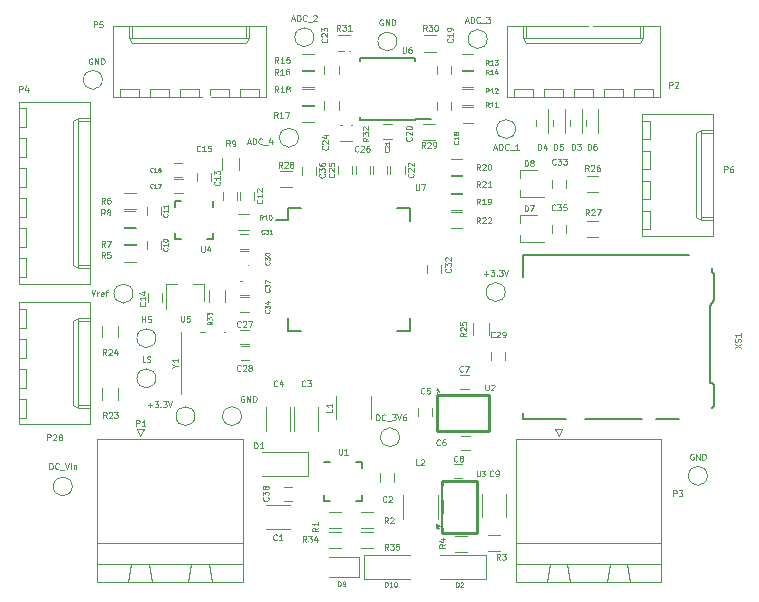
<source format=gbr>
G04 #@! TF.FileFunction,Legend,Top*
%FSLAX46Y46*%
G04 Gerber Fmt 4.6, Leading zero omitted, Abs format (unit mm)*
G04 Created by KiCad (PCBNEW 4.0.6) date 04/19/17 14:22:56*
%MOMM*%
%LPD*%
G01*
G04 APERTURE LIST*
%ADD10C,0.100000*%
%ADD11C,0.250000*%
%ADD12C,0.120000*%
%ADD13C,0.150000*%
%ADD14C,0.180000*%
%ADD15C,0.075000*%
%ADD16C,0.125000*%
%ADD17C,0.087500*%
%ADD18R,0.900000X1.200000*%
%ADD19R,1.560000X1.860000*%
%ADD20O,0.560000X1.010000*%
%ADD21O,1.010000X0.560000*%
%ADD22R,1.160000X1.160000*%
%ADD23R,1.010000X1.060000*%
%ADD24R,1.060000X1.010000*%
%ADD25R,2.860000X2.260000*%
%ADD26O,2.860000X2.260000*%
%ADD27C,1.403000*%
%ADD28C,6.060000*%
%ADD29C,0.760000*%
%ADD30R,2.260000X2.860000*%
%ADD31O,2.260000X2.860000*%
%ADD32R,1.260000X1.860000*%
%ADD33R,1.860000X1.260000*%
%ADD34R,1.510000X1.480000*%
%ADD35R,1.060000X1.060000*%
%ADD36R,0.960000X0.710000*%
%ADD37R,2.760000X2.260000*%
%ADD38R,2.360000X3.860000*%
%ADD39O,2.360000X3.860000*%
%ADD40R,0.760000X1.160000*%
%ADD41R,1.160000X0.760000*%
%ADD42R,1.200000X0.900000*%
%ADD43R,0.860000X1.560000*%
%ADD44R,1.710000X0.710000*%
%ADD45R,1.260000X0.510000*%
%ADD46R,0.510000X1.260000*%
%ADD47R,2.160000X1.560000*%
%ADD48R,3.060000X1.260000*%
%ADD49R,1.460000X0.960000*%
%ADD50R,1.460000X1.260000*%
%ADD51R,1.460000X0.910000*%
%ADD52R,1.060000X1.260000*%
%ADD53R,0.860000X0.710000*%
%ADD54C,0.910000*%
G04 APERTURE END LIST*
D10*
D11*
X176600309Y-97099075D02*
X176600309Y-92699075D01*
X176560809Y-92699075D02*
X173639809Y-92699075D01*
X173600309Y-92699075D02*
X173600309Y-97099075D01*
X173600309Y-97099075D02*
X176600309Y-97099075D01*
D12*
X155221800Y-80034880D02*
X151521800Y-80034880D01*
X151521800Y-80034880D02*
X151521800Y-85334880D01*
D13*
X154259700Y-72200180D02*
X153759700Y-72200180D01*
X151009700Y-68950180D02*
X151509700Y-68950180D01*
X151009700Y-72200180D02*
X151509700Y-72200180D01*
X154259700Y-68950180D02*
X154259700Y-69450180D01*
X151009700Y-68950180D02*
X151009700Y-69450180D01*
X151009700Y-72200180D02*
X151009700Y-71700180D01*
X154259700Y-72200180D02*
X154259700Y-71700180D01*
D12*
X174407336Y-60587330D02*
X174407336Y-61287330D01*
X173207336Y-61287330D02*
X173207336Y-60587330D01*
D13*
X166862000Y-91109240D02*
X166862000Y-91609240D01*
X163612000Y-94359240D02*
X163612000Y-93859240D01*
X166862000Y-94359240D02*
X166862000Y-93859240D01*
X163612000Y-91109240D02*
X164112000Y-91109240D01*
X163612000Y-94359240D02*
X164112000Y-94359240D01*
X166862000Y-94359240D02*
X166362000Y-94359240D01*
X166862000Y-91109240D02*
X166362000Y-91109240D01*
D12*
X160225000Y-93175000D02*
X160925000Y-93175000D01*
X160925000Y-94375000D02*
X160225000Y-94375000D01*
X190580000Y-71960000D02*
X196580000Y-71960000D01*
X196580000Y-71960000D02*
X196580000Y-61600000D01*
X196580000Y-61600000D02*
X190580000Y-61600000D01*
X190580000Y-61600000D02*
X190580000Y-71960000D01*
X196580000Y-70590000D02*
X195580000Y-70590000D01*
X195580000Y-70590000D02*
X195580000Y-62970000D01*
X195580000Y-62970000D02*
X196580000Y-62970000D01*
X195580000Y-70590000D02*
X195150000Y-70340000D01*
X195150000Y-70340000D02*
X195150000Y-63220000D01*
X195150000Y-63220000D02*
X195580000Y-62970000D01*
X196580000Y-70340000D02*
X195580000Y-70340000D01*
X196580000Y-63220000D02*
X195580000Y-63220000D01*
X190580000Y-71390000D02*
X191200000Y-71390000D01*
X191200000Y-71390000D02*
X191200000Y-69790000D01*
X191200000Y-69790000D02*
X190580000Y-69790000D01*
X190580000Y-68850000D02*
X191200000Y-68850000D01*
X191200000Y-68850000D02*
X191200000Y-67250000D01*
X191200000Y-67250000D02*
X190580000Y-67250000D01*
X190580000Y-66310000D02*
X191200000Y-66310000D01*
X191200000Y-66310000D02*
X191200000Y-64710000D01*
X191200000Y-64710000D02*
X190580000Y-64710000D01*
X190580000Y-63770000D02*
X191200000Y-63770000D01*
X191200000Y-63770000D02*
X191200000Y-62170000D01*
X191200000Y-62170000D02*
X190580000Y-62170000D01*
X179860519Y-62890400D02*
G75*
G03X179860519Y-62890400I-803219J0D01*
G01*
X162779019Y-55118000D02*
G75*
G03X162779019Y-55118000I-803219J0D01*
G01*
X192047800Y-60144600D02*
X192047800Y-54144600D01*
X192047800Y-54144600D02*
X179147800Y-54144600D01*
X179147800Y-54144600D02*
X179147800Y-60144600D01*
X179147800Y-60144600D02*
X192047800Y-60144600D01*
X190677800Y-54144600D02*
X190677800Y-55144600D01*
X190677800Y-55144600D02*
X180517800Y-55144600D01*
X180517800Y-55144600D02*
X180517800Y-54144600D01*
X190677800Y-55144600D02*
X190427800Y-55574600D01*
X190427800Y-55574600D02*
X180767800Y-55574600D01*
X180767800Y-55574600D02*
X180517800Y-55144600D01*
X190427800Y-54144600D02*
X190427800Y-55144600D01*
X180767800Y-54144600D02*
X180767800Y-55144600D01*
X191477800Y-60144600D02*
X191477800Y-59524600D01*
X191477800Y-59524600D02*
X189877800Y-59524600D01*
X189877800Y-59524600D02*
X189877800Y-60144600D01*
X188937800Y-60144600D02*
X188937800Y-59524600D01*
X188937800Y-59524600D02*
X187337800Y-59524600D01*
X187337800Y-59524600D02*
X187337800Y-60144600D01*
X186397800Y-60144600D02*
X186397800Y-59524600D01*
X186397800Y-59524600D02*
X184797800Y-59524600D01*
X184797800Y-59524600D02*
X184797800Y-60144600D01*
X183857800Y-60144600D02*
X183857800Y-59524600D01*
X183857800Y-59524600D02*
X182257800Y-59524600D01*
X182257800Y-59524600D02*
X182257800Y-60144600D01*
X181317800Y-60144600D02*
X181317800Y-59524600D01*
X181317800Y-59524600D02*
X179717800Y-59524600D01*
X179717800Y-59524600D02*
X179717800Y-60144600D01*
X160725000Y-94755000D02*
X158725000Y-94755000D01*
X158725000Y-96795000D02*
X160725000Y-96795000D01*
X168400000Y-92750000D02*
X168400000Y-92050000D01*
X169600000Y-92050000D02*
X169600000Y-92750000D01*
X163162286Y-88425000D02*
X163162286Y-86425000D01*
X161122286Y-86425000D02*
X161122286Y-88425000D01*
X160795000Y-88425000D02*
X160795000Y-86425000D01*
X158755000Y-86425000D02*
X158755000Y-88425000D01*
X172800000Y-86525000D02*
X172800000Y-87225000D01*
X171600000Y-87225000D02*
X171600000Y-86525000D01*
X175975000Y-90050000D02*
X175275000Y-90050000D01*
X175275000Y-88850000D02*
X175975000Y-88850000D01*
X175875000Y-84925000D02*
X175175000Y-84925000D01*
X175175000Y-83725000D02*
X175875000Y-83725000D01*
X174660000Y-91220000D02*
X175360000Y-91220000D01*
X175360000Y-92420000D02*
X174660000Y-92420000D01*
X179020989Y-95756835D02*
X179020989Y-93756835D01*
X176980989Y-93756835D02*
X176980989Y-95756835D01*
X148636600Y-73060900D02*
X148636600Y-72360900D01*
X149836600Y-72360900D02*
X149836600Y-73060900D01*
X148636600Y-70162760D02*
X148636600Y-69462760D01*
X149836600Y-69462760D02*
X149836600Y-70162760D01*
X156497900Y-68885640D02*
X156497900Y-68185640D01*
X157697900Y-68185640D02*
X157697900Y-68885640D01*
X155060260Y-68896500D02*
X155060260Y-68196500D01*
X156260260Y-68196500D02*
X156260260Y-68896500D01*
X148710000Y-77510000D02*
X148710000Y-76810000D01*
X149910000Y-76810000D02*
X149910000Y-77510000D01*
X152863160Y-67328120D02*
X152863160Y-66628120D01*
X154063160Y-66628120D02*
X154063160Y-67328120D01*
X151658540Y-66940580D02*
X150958540Y-66940580D01*
X150958540Y-65740580D02*
X151658540Y-65740580D01*
X151666860Y-68314720D02*
X150966860Y-68314720D01*
X150966860Y-67114720D02*
X151666860Y-67114720D01*
X173179396Y-58267270D02*
X173179396Y-57567270D01*
X174379396Y-57567270D02*
X174379396Y-58267270D01*
X169361816Y-63693790D02*
X168661816Y-63693790D01*
X168661816Y-62493790D02*
X169361816Y-62493790D01*
X167795500Y-66707560D02*
X167795500Y-66007560D01*
X168995500Y-66007560D02*
X168995500Y-66707560D01*
X169268700Y-66712640D02*
X169268700Y-66012640D01*
X170468700Y-66012640D02*
X170468700Y-66712640D01*
X163677256Y-58249490D02*
X163677256Y-57549490D01*
X164877256Y-57549490D02*
X164877256Y-58249490D01*
X164882336Y-60551770D02*
X164882336Y-61251770D01*
X163682336Y-61251770D02*
X163682336Y-60551770D01*
X164823700Y-66712640D02*
X164823700Y-66012640D01*
X166023700Y-66012640D02*
X166023700Y-66712640D01*
X166322300Y-66710800D02*
X166322300Y-66010800D01*
X167522300Y-66010800D02*
X167522300Y-66710800D01*
X157268300Y-81108100D02*
X156568300Y-81108100D01*
X156568300Y-79908100D02*
X157268300Y-79908100D01*
X157270840Y-82482240D02*
X156570840Y-82482240D01*
X156570840Y-81282240D02*
X157270840Y-81282240D01*
X177798000Y-82443500D02*
X177798000Y-81743500D01*
X178998000Y-81743500D02*
X178998000Y-82443500D01*
X156546214Y-73208354D02*
X157246214Y-73208354D01*
X157246214Y-74408354D02*
X156546214Y-74408354D01*
X156546914Y-71811354D02*
X157246914Y-71811354D01*
X157246914Y-73011354D02*
X156546914Y-73011354D01*
X172382740Y-75112420D02*
X172382740Y-74412420D01*
X173582740Y-74412420D02*
X173582740Y-75112420D01*
X184156960Y-67207500D02*
X184156960Y-67907500D01*
X182956960Y-67907500D02*
X182956960Y-67207500D01*
X156560000Y-77140519D02*
X157260000Y-77140519D01*
X157260000Y-78340519D02*
X156560000Y-78340519D01*
X184151880Y-70987020D02*
X184151880Y-71687020D01*
X182951880Y-71687020D02*
X182951880Y-70987020D01*
X161788400Y-66776140D02*
X161788400Y-66076140D01*
X162988400Y-66076140D02*
X162988400Y-66776140D01*
X156560000Y-75753679D02*
X157260000Y-75753679D01*
X157260000Y-76953679D02*
X156560000Y-76953679D01*
X162300000Y-92275000D02*
X162300000Y-90275000D01*
X162300000Y-90275000D02*
X158400000Y-90275000D01*
X162300000Y-92275000D02*
X158400000Y-92275000D01*
X177380000Y-100970000D02*
X177380000Y-98970000D01*
X177380000Y-98970000D02*
X173480000Y-98970000D01*
X177380000Y-100970000D02*
X173480000Y-100970000D01*
X185450100Y-61158500D02*
X184450100Y-61158500D01*
X184450100Y-61158500D02*
X184450100Y-63258500D01*
X185450100Y-61158500D02*
X185450100Y-63258500D01*
X182605300Y-61158700D02*
X181605300Y-61158700D01*
X181605300Y-61158700D02*
X181605300Y-63258700D01*
X182605300Y-61158700D02*
X182605300Y-63258700D01*
X184027700Y-61158600D02*
X183027700Y-61158600D01*
X183027700Y-61158600D02*
X183027700Y-63258600D01*
X184027700Y-61158600D02*
X184027700Y-63258600D01*
X186859800Y-61158700D02*
X185859800Y-61158700D01*
X185859800Y-61158700D02*
X185859800Y-63258700D01*
X186859800Y-61158700D02*
X186859800Y-63258700D01*
X180240480Y-70828700D02*
X180240480Y-70168700D01*
X180240480Y-72488700D02*
X180240480Y-71828700D01*
X180240480Y-72488700D02*
X182270480Y-72488700D01*
X181650480Y-70168700D02*
X180240480Y-70168700D01*
X180256480Y-67023780D02*
X180256480Y-66363780D01*
X180256480Y-68683780D02*
X180256480Y-68023780D01*
X180256480Y-68683780D02*
X182286480Y-68683780D01*
X181666480Y-66363780D02*
X180256480Y-66363780D01*
X167605000Y-85475000D02*
X167605000Y-87475000D01*
X164645000Y-87475000D02*
X164645000Y-85475000D01*
X170295449Y-95916855D02*
X170295449Y-93916855D01*
X173255449Y-93916855D02*
X173255449Y-95916855D01*
X144450000Y-89100000D02*
X144450000Y-101260000D01*
X144450000Y-101260000D02*
X156770000Y-101260000D01*
X156770000Y-101260000D02*
X156770000Y-89100000D01*
X156770000Y-89100000D02*
X144450000Y-89100000D01*
X144450000Y-99760000D02*
X144450000Y-97960000D01*
X144450000Y-97960000D02*
X156770000Y-97960000D01*
X156770000Y-97960000D02*
X156770000Y-99760000D01*
X156770000Y-99760000D02*
X144450000Y-99760000D01*
X147070000Y-101260000D02*
X149070000Y-101260000D01*
X149070000Y-101260000D02*
X148820000Y-99760000D01*
X148820000Y-99760000D02*
X147320000Y-99760000D01*
X147320000Y-99760000D02*
X147070000Y-101260000D01*
X152150000Y-101260000D02*
X154150000Y-101260000D01*
X154150000Y-101260000D02*
X153900000Y-99760000D01*
X153900000Y-99760000D02*
X152400000Y-99760000D01*
X152400000Y-99760000D02*
X152150000Y-101260000D01*
X148370000Y-88300000D02*
X148070000Y-88900000D01*
X148070000Y-88900000D02*
X147770000Y-88300000D01*
X147770000Y-88300000D02*
X148370000Y-88300000D01*
X158695000Y-60144600D02*
X158695000Y-54144600D01*
X158695000Y-54144600D02*
X145795000Y-54144600D01*
X145795000Y-54144600D02*
X145795000Y-60144600D01*
X145795000Y-60144600D02*
X158695000Y-60144600D01*
X157325000Y-54144600D02*
X157325000Y-55144600D01*
X157325000Y-55144600D02*
X147165000Y-55144600D01*
X147165000Y-55144600D02*
X147165000Y-54144600D01*
X157325000Y-55144600D02*
X157075000Y-55574600D01*
X157075000Y-55574600D02*
X147415000Y-55574600D01*
X147415000Y-55574600D02*
X147165000Y-55144600D01*
X157075000Y-54144600D02*
X157075000Y-55144600D01*
X147415000Y-54144600D02*
X147415000Y-55144600D01*
X158125000Y-60144600D02*
X158125000Y-59524600D01*
X158125000Y-59524600D02*
X156525000Y-59524600D01*
X156525000Y-59524600D02*
X156525000Y-60144600D01*
X155585000Y-60144600D02*
X155585000Y-59524600D01*
X155585000Y-59524600D02*
X153985000Y-59524600D01*
X153985000Y-59524600D02*
X153985000Y-60144600D01*
X153045000Y-60144600D02*
X153045000Y-59524600D01*
X153045000Y-59524600D02*
X151445000Y-59524600D01*
X151445000Y-59524600D02*
X151445000Y-60144600D01*
X150505000Y-60144600D02*
X150505000Y-59524600D01*
X150505000Y-59524600D02*
X148905000Y-59524600D01*
X148905000Y-59524600D02*
X148905000Y-60144600D01*
X147965000Y-60144600D02*
X147965000Y-59524600D01*
X147965000Y-59524600D02*
X146365000Y-59524600D01*
X146365000Y-59524600D02*
X146365000Y-60144600D01*
X177460219Y-55270400D02*
G75*
G03X177460219Y-55270400I-803219J0D01*
G01*
X161478219Y-63625000D02*
G75*
G03X161478219Y-63625000I-803219J0D01*
G01*
X178983219Y-76690000D02*
G75*
G03X178983219Y-76690000I-803219J0D01*
G01*
X156653219Y-87200000D02*
G75*
G03X156653219Y-87200000I-803219J0D01*
G01*
X196103219Y-92250000D02*
G75*
G03X196103219Y-92250000I-803219J0D01*
G01*
X144873219Y-58720000D02*
G75*
G03X144873219Y-58720000I-803219J0D01*
G01*
X169803219Y-55475000D02*
G75*
G03X169803219Y-55475000I-803219J0D01*
G01*
X152713219Y-87200000D02*
G75*
G03X152713219Y-87200000I-803219J0D01*
G01*
X170033219Y-88990000D02*
G75*
G03X170033219Y-88990000I-803219J0D01*
G01*
X142328219Y-93150000D02*
G75*
G03X142328219Y-93150000I-803219J0D01*
G01*
X147463219Y-76820000D02*
G75*
G03X147463219Y-76820000I-803219J0D01*
G01*
X149403219Y-80600000D02*
G75*
G03X149403219Y-80600000I-803219J0D01*
G01*
X149403219Y-84000000D02*
G75*
G03X149403219Y-84000000I-803219J0D01*
G01*
X137800000Y-87890000D02*
X143800000Y-87890000D01*
X143800000Y-87890000D02*
X143800000Y-77530000D01*
X143800000Y-77530000D02*
X137800000Y-77530000D01*
X137800000Y-77530000D02*
X137800000Y-87890000D01*
X143800000Y-86520000D02*
X142800000Y-86520000D01*
X142800000Y-86520000D02*
X142800000Y-78900000D01*
X142800000Y-78900000D02*
X143800000Y-78900000D01*
X142800000Y-86520000D02*
X142370000Y-86270000D01*
X142370000Y-86270000D02*
X142370000Y-79150000D01*
X142370000Y-79150000D02*
X142800000Y-78900000D01*
X143800000Y-86270000D02*
X142800000Y-86270000D01*
X143800000Y-79150000D02*
X142800000Y-79150000D01*
X137800000Y-87320000D02*
X138420000Y-87320000D01*
X138420000Y-87320000D02*
X138420000Y-85720000D01*
X138420000Y-85720000D02*
X137800000Y-85720000D01*
X137800000Y-84780000D02*
X138420000Y-84780000D01*
X138420000Y-84780000D02*
X138420000Y-83180000D01*
X138420000Y-83180000D02*
X137800000Y-83180000D01*
X137800000Y-82240000D02*
X138420000Y-82240000D01*
X138420000Y-82240000D02*
X138420000Y-80640000D01*
X138420000Y-80640000D02*
X137800000Y-80640000D01*
X137800000Y-79700000D02*
X138420000Y-79700000D01*
X138420000Y-79700000D02*
X138420000Y-78100000D01*
X138420000Y-78100000D02*
X137800000Y-78100000D01*
X164050000Y-95345000D02*
X165050000Y-95345000D01*
X165050000Y-96705000D02*
X164050000Y-96705000D01*
X166750000Y-95345000D02*
X167750000Y-95345000D01*
X167750000Y-96705000D02*
X166750000Y-96705000D01*
X177530389Y-97227895D02*
X178530389Y-97227895D01*
X178530389Y-98587895D02*
X177530389Y-98587895D01*
X174760000Y-97370000D02*
X175760000Y-97370000D01*
X175760000Y-98730000D02*
X174760000Y-98730000D01*
X147684280Y-74109720D02*
X146684280Y-74109720D01*
X146684280Y-72749720D02*
X147684280Y-72749720D01*
X147681740Y-69679960D02*
X146681740Y-69679960D01*
X146681740Y-68319960D02*
X147681740Y-68319960D01*
X147684280Y-72631440D02*
X146684280Y-72631440D01*
X146684280Y-71271440D02*
X147684280Y-71271440D01*
X147676660Y-71155700D02*
X146676660Y-71155700D01*
X146676660Y-69795700D02*
X147676660Y-69795700D01*
X156405000Y-65325000D02*
X156405000Y-66325000D01*
X155045000Y-66325000D02*
X155045000Y-65325000D01*
X156325000Y-70120000D02*
X157325000Y-70120000D01*
X157325000Y-71480000D02*
X156325000Y-71480000D01*
X175291076Y-60988850D02*
X176291076Y-60988850D01*
X176291076Y-62348850D02*
X175291076Y-62348850D01*
X176293616Y-60873110D02*
X175293616Y-60873110D01*
X175293616Y-59513110D02*
X176293616Y-59513110D01*
X175283456Y-56520990D02*
X176283456Y-56520990D01*
X176283456Y-57880990D02*
X175283456Y-57880990D01*
X176283456Y-59351650D02*
X175283456Y-59351650D01*
X175283456Y-57991650D02*
X176283456Y-57991650D01*
X162760496Y-57878450D02*
X161760496Y-57878450D01*
X161760496Y-56518450D02*
X162760496Y-56518450D01*
X161760496Y-57996730D02*
X162760496Y-57996730D01*
X162760496Y-59356730D02*
X161760496Y-59356730D01*
X162796056Y-62333610D02*
X161796056Y-62333610D01*
X161796056Y-60973610D02*
X162796056Y-60973610D01*
X161801136Y-59490250D02*
X162801136Y-59490250D01*
X162801136Y-60850250D02*
X161801136Y-60850250D01*
X175354300Y-69768000D02*
X174354300Y-69768000D01*
X174354300Y-68408000D02*
X175354300Y-68408000D01*
X175354300Y-66770800D02*
X174354300Y-66770800D01*
X174354300Y-65410800D02*
X175354300Y-65410800D01*
X175354300Y-68269400D02*
X174354300Y-68269400D01*
X174354300Y-66909400D02*
X175354300Y-66909400D01*
X175353600Y-71279300D02*
X174353600Y-71279300D01*
X174353600Y-69919300D02*
X175353600Y-69919300D01*
X146205000Y-84850000D02*
X146205000Y-85850000D01*
X144845000Y-85850000D02*
X144845000Y-84850000D01*
X144835000Y-80540000D02*
X144835000Y-79540000D01*
X146195000Y-79540000D02*
X146195000Y-80540000D01*
X177580000Y-79325000D02*
X177580000Y-80325000D01*
X176220000Y-80325000D02*
X176220000Y-79325000D01*
X186879600Y-68244420D02*
X185879600Y-68244420D01*
X185879600Y-66884420D02*
X186879600Y-66884420D01*
X186879600Y-72029020D02*
X185879600Y-72029020D01*
X185879600Y-70669020D02*
X186879600Y-70669020D01*
X159914820Y-66439560D02*
X160914820Y-66439560D01*
X160914820Y-67799560D02*
X159914820Y-67799560D01*
X172015176Y-62472210D02*
X173015176Y-62472210D01*
X173015176Y-63832210D02*
X172015176Y-63832210D01*
X172149096Y-54969050D02*
X173149096Y-54969050D01*
X173149096Y-56329050D02*
X172149096Y-56329050D01*
X165854216Y-56313810D02*
X164854216Y-56313810D01*
X164854216Y-54953810D02*
X165854216Y-54953810D01*
X166025000Y-63930000D02*
X165025000Y-63930000D01*
X165025000Y-62570000D02*
X166025000Y-62570000D01*
D11*
X173209000Y-88417080D02*
X177609000Y-88417080D01*
X177609000Y-88377580D02*
X177609000Y-85456580D01*
X177609000Y-85417080D02*
X173209000Y-85417080D01*
X173209000Y-85417080D02*
X173209000Y-88417080D01*
D12*
X153448960Y-75983300D02*
X152518960Y-75983300D01*
X150288960Y-75983300D02*
X151218960Y-75983300D01*
X150288960Y-75983300D02*
X150288960Y-78143300D01*
X153448960Y-75983300D02*
X153448960Y-77443300D01*
D13*
X171359676Y-62134850D02*
X171359676Y-62009850D01*
X166709676Y-62134850D02*
X166709676Y-61909850D01*
X166709676Y-56884850D02*
X166709676Y-57109850D01*
X171359676Y-56884850D02*
X171359676Y-57109850D01*
X171359676Y-62134850D02*
X166709676Y-62134850D01*
X171359676Y-56884850D02*
X166709676Y-56884850D01*
X171359676Y-62009850D02*
X172709676Y-62009850D01*
X160581200Y-69615680D02*
X160581200Y-70615680D01*
X170931200Y-69615680D02*
X170931200Y-70690680D01*
X170931200Y-79965680D02*
X170931200Y-78890680D01*
X160581200Y-79965680D02*
X160581200Y-78890680D01*
X160581200Y-69615680D02*
X161656200Y-69615680D01*
X160581200Y-79965680D02*
X161656200Y-79965680D01*
X170931200Y-79965680D02*
X169856200Y-79965680D01*
X170931200Y-69615680D02*
X169856200Y-69615680D01*
X160581200Y-70615680D02*
X159556200Y-70615680D01*
D14*
X196325000Y-84400000D02*
X196325000Y-77900000D01*
X196475000Y-84400000D02*
X196325000Y-84400000D01*
X196675000Y-84600000D02*
X196475000Y-84400000D01*
X196675000Y-84600000D02*
X196675000Y-86350000D01*
X196325000Y-77900000D02*
X196675000Y-77400000D01*
X196675000Y-77400000D02*
X196675000Y-75200000D01*
X184125000Y-87400000D02*
X180525000Y-87400000D01*
X190525000Y-87400000D02*
X185725000Y-87400000D01*
X193675000Y-87400000D02*
X191725000Y-87400000D01*
X180525000Y-87400000D02*
X180525000Y-86900000D01*
X180525000Y-73550000D02*
X180525000Y-75450000D01*
X194575000Y-73550000D02*
X180525000Y-73550000D01*
X196475000Y-75000000D02*
X196475000Y-74650000D01*
X196475000Y-86550000D02*
X196675000Y-86350000D01*
X196475000Y-75000000D02*
X196675000Y-75200000D01*
D12*
X179880000Y-89100000D02*
X179880000Y-101260000D01*
X179880000Y-101260000D02*
X192200000Y-101260000D01*
X192200000Y-101260000D02*
X192200000Y-89100000D01*
X192200000Y-89100000D02*
X179880000Y-89100000D01*
X179880000Y-99760000D02*
X179880000Y-97960000D01*
X179880000Y-97960000D02*
X192200000Y-97960000D01*
X192200000Y-97960000D02*
X192200000Y-99760000D01*
X192200000Y-99760000D02*
X179880000Y-99760000D01*
X182500000Y-101260000D02*
X184500000Y-101260000D01*
X184500000Y-101260000D02*
X184250000Y-99760000D01*
X184250000Y-99760000D02*
X182750000Y-99760000D01*
X182750000Y-99760000D02*
X182500000Y-101260000D01*
X187580000Y-101260000D02*
X189580000Y-101260000D01*
X189580000Y-101260000D02*
X189330000Y-99760000D01*
X189330000Y-99760000D02*
X187830000Y-99760000D01*
X187830000Y-99760000D02*
X187580000Y-101260000D01*
X183800000Y-88300000D02*
X183500000Y-88900000D01*
X183500000Y-88900000D02*
X183200000Y-88300000D01*
X183200000Y-88300000D02*
X183800000Y-88300000D01*
X137810000Y-76020000D02*
X143810000Y-76020000D01*
X143810000Y-76020000D02*
X143810000Y-60580000D01*
X143810000Y-60580000D02*
X137810000Y-60580000D01*
X137810000Y-60580000D02*
X137810000Y-76020000D01*
X143810000Y-74650000D02*
X142810000Y-74650000D01*
X142810000Y-74650000D02*
X142810000Y-61950000D01*
X142810000Y-61950000D02*
X143810000Y-61950000D01*
X142810000Y-74650000D02*
X142380000Y-74400000D01*
X142380000Y-74400000D02*
X142380000Y-62200000D01*
X142380000Y-62200000D02*
X142810000Y-61950000D01*
X143810000Y-74400000D02*
X142810000Y-74400000D01*
X143810000Y-62200000D02*
X142810000Y-62200000D01*
X137810000Y-75450000D02*
X138430000Y-75450000D01*
X138430000Y-75450000D02*
X138430000Y-73850000D01*
X138430000Y-73850000D02*
X137810000Y-73850000D01*
X137810000Y-72910000D02*
X138430000Y-72910000D01*
X138430000Y-72910000D02*
X138430000Y-71310000D01*
X138430000Y-71310000D02*
X137810000Y-71310000D01*
X137810000Y-70370000D02*
X138430000Y-70370000D01*
X138430000Y-70370000D02*
X138430000Y-68770000D01*
X138430000Y-68770000D02*
X137810000Y-68770000D01*
X137810000Y-67830000D02*
X138430000Y-67830000D01*
X138430000Y-67830000D02*
X138430000Y-66230000D01*
X138430000Y-66230000D02*
X137810000Y-66230000D01*
X137810000Y-65290000D02*
X138430000Y-65290000D01*
X138430000Y-65290000D02*
X138430000Y-63690000D01*
X138430000Y-63690000D02*
X137810000Y-63690000D01*
X137810000Y-62750000D02*
X138430000Y-62750000D01*
X138430000Y-62750000D02*
X138430000Y-61150000D01*
X138430000Y-61150000D02*
X137810000Y-61150000D01*
X155300000Y-76550000D02*
X155300000Y-77550000D01*
X153940000Y-77550000D02*
X153940000Y-76550000D01*
X166630000Y-100810000D02*
X166630000Y-99110000D01*
X166630000Y-99110000D02*
X164080000Y-99110000D01*
X166630000Y-100810000D02*
X164080000Y-100810000D01*
X167060000Y-98990000D02*
X167060000Y-100990000D01*
X167060000Y-100990000D02*
X170960000Y-100990000D01*
X167060000Y-98990000D02*
X170960000Y-98990000D01*
X164048031Y-96994535D02*
X165048031Y-96994535D01*
X165048031Y-98354535D02*
X164048031Y-98354535D01*
X166788031Y-96994535D02*
X167788031Y-96994535D01*
X167788031Y-98354535D02*
X166788031Y-98354535D01*
D15*
X176605238Y-91880952D02*
X176605238Y-92204762D01*
X176624286Y-92242857D01*
X176643333Y-92261905D01*
X176681429Y-92280952D01*
X176757619Y-92280952D01*
X176795714Y-92261905D01*
X176814762Y-92242857D01*
X176833810Y-92204762D01*
X176833810Y-91880952D01*
X176986191Y-91880952D02*
X177233810Y-91880952D01*
X177100477Y-92033333D01*
X177157619Y-92033333D01*
X177195715Y-92052381D01*
X177214762Y-92071429D01*
X177233810Y-92109524D01*
X177233810Y-92204762D01*
X177214762Y-92242857D01*
X177195715Y-92261905D01*
X177157619Y-92280952D01*
X177043334Y-92280952D01*
X177005238Y-92261905D01*
X176986191Y-92242857D01*
D13*
X173200309Y-96351456D02*
X173200309Y-96589551D01*
X172962214Y-96494313D02*
X173200309Y-96589551D01*
X173438405Y-96494313D01*
X173057452Y-96780027D02*
X173200309Y-96589551D01*
X173343167Y-96780027D01*
D16*
X151038095Y-82922974D02*
X151276190Y-82922974D01*
X150776190Y-83089641D02*
X151038095Y-82922974D01*
X150776190Y-82756308D01*
X151276190Y-82327737D02*
X151276190Y-82613451D01*
X151276190Y-82470594D02*
X150776190Y-82470594D01*
X150847619Y-82518213D01*
X150895238Y-82565832D01*
X150919048Y-82613451D01*
X153259048Y-72816190D02*
X153259048Y-73220952D01*
X153282857Y-73268571D01*
X153306667Y-73292381D01*
X153354286Y-73316190D01*
X153449524Y-73316190D01*
X153497143Y-73292381D01*
X153520952Y-73268571D01*
X153544762Y-73220952D01*
X153544762Y-72816190D01*
X153997143Y-72982857D02*
X153997143Y-73316190D01*
X153878096Y-72792381D02*
X153759048Y-73149524D01*
X154068572Y-73149524D01*
D10*
X174982857Y-63907142D02*
X175001905Y-63926190D01*
X175020952Y-63983333D01*
X175020952Y-64021428D01*
X175001905Y-64078571D01*
X174963810Y-64116666D01*
X174925714Y-64135714D01*
X174849524Y-64154762D01*
X174792381Y-64154762D01*
X174716190Y-64135714D01*
X174678095Y-64116666D01*
X174640000Y-64078571D01*
X174620952Y-64021428D01*
X174620952Y-63983333D01*
X174640000Y-63926190D01*
X174659048Y-63907142D01*
X175020952Y-63526190D02*
X175020952Y-63754762D01*
X175020952Y-63640476D02*
X174620952Y-63640476D01*
X174678095Y-63678571D01*
X174716190Y-63716666D01*
X174735238Y-63754762D01*
X174792381Y-63297619D02*
X174773333Y-63335714D01*
X174754286Y-63354762D01*
X174716190Y-63373810D01*
X174697143Y-63373810D01*
X174659048Y-63354762D01*
X174640000Y-63335714D01*
X174620952Y-63297619D01*
X174620952Y-63221429D01*
X174640000Y-63183333D01*
X174659048Y-63164286D01*
X174697143Y-63145238D01*
X174716190Y-63145238D01*
X174754286Y-63164286D01*
X174773333Y-63183333D01*
X174792381Y-63221429D01*
X174792381Y-63297619D01*
X174811429Y-63335714D01*
X174830476Y-63354762D01*
X174868571Y-63373810D01*
X174944762Y-63373810D01*
X174982857Y-63354762D01*
X175001905Y-63335714D01*
X175020952Y-63297619D01*
X175020952Y-63221429D01*
X175001905Y-63183333D01*
X174982857Y-63164286D01*
X174944762Y-63145238D01*
X174868571Y-63145238D01*
X174830476Y-63164286D01*
X174811429Y-63183333D01*
X174792381Y-63221429D01*
D16*
X164869048Y-89951190D02*
X164869048Y-90355952D01*
X164892857Y-90403571D01*
X164916667Y-90427381D01*
X164964286Y-90451190D01*
X165059524Y-90451190D01*
X165107143Y-90427381D01*
X165130952Y-90403571D01*
X165154762Y-90355952D01*
X165154762Y-89951190D01*
X165654762Y-90451190D02*
X165369048Y-90451190D01*
X165511905Y-90451190D02*
X165511905Y-89951190D01*
X165464286Y-90022619D01*
X165416667Y-90070238D01*
X165369048Y-90094048D01*
X158903571Y-94071428D02*
X158927381Y-94095238D01*
X158951190Y-94166666D01*
X158951190Y-94214285D01*
X158927381Y-94285714D01*
X158879762Y-94333333D01*
X158832143Y-94357142D01*
X158736905Y-94380952D01*
X158665476Y-94380952D01*
X158570238Y-94357142D01*
X158522619Y-94333333D01*
X158475000Y-94285714D01*
X158451190Y-94214285D01*
X158451190Y-94166666D01*
X158475000Y-94095238D01*
X158498810Y-94071428D01*
X158451190Y-93904761D02*
X158451190Y-93595238D01*
X158641667Y-93761904D01*
X158641667Y-93690476D01*
X158665476Y-93642857D01*
X158689286Y-93619047D01*
X158736905Y-93595238D01*
X158855952Y-93595238D01*
X158903571Y-93619047D01*
X158927381Y-93642857D01*
X158951190Y-93690476D01*
X158951190Y-93833333D01*
X158927381Y-93880952D01*
X158903571Y-93904761D01*
X158665476Y-93309524D02*
X158641667Y-93357143D01*
X158617857Y-93380952D01*
X158570238Y-93404762D01*
X158546429Y-93404762D01*
X158498810Y-93380952D01*
X158475000Y-93357143D01*
X158451190Y-93309524D01*
X158451190Y-93214286D01*
X158475000Y-93166667D01*
X158498810Y-93142857D01*
X158546429Y-93119048D01*
X158570238Y-93119048D01*
X158617857Y-93142857D01*
X158641667Y-93166667D01*
X158665476Y-93214286D01*
X158665476Y-93309524D01*
X158689286Y-93357143D01*
X158713095Y-93380952D01*
X158760714Y-93404762D01*
X158855952Y-93404762D01*
X158903571Y-93380952D01*
X158927381Y-93357143D01*
X158951190Y-93309524D01*
X158951190Y-93214286D01*
X158927381Y-93166667D01*
X158903571Y-93142857D01*
X158855952Y-93119048D01*
X158760714Y-93119048D01*
X158713095Y-93142857D01*
X158689286Y-93166667D01*
X158665476Y-93214286D01*
X197530953Y-66551190D02*
X197530953Y-66051190D01*
X197721429Y-66051190D01*
X197769048Y-66075000D01*
X197792857Y-66098810D01*
X197816667Y-66146429D01*
X197816667Y-66217857D01*
X197792857Y-66265476D01*
X197769048Y-66289286D01*
X197721429Y-66313095D01*
X197530953Y-66313095D01*
X198245238Y-66051190D02*
X198150000Y-66051190D01*
X198102381Y-66075000D01*
X198078572Y-66098810D01*
X198030953Y-66170238D01*
X198007143Y-66265476D01*
X198007143Y-66455952D01*
X198030953Y-66503571D01*
X198054762Y-66527381D01*
X198102381Y-66551190D01*
X198197619Y-66551190D01*
X198245238Y-66527381D01*
X198269048Y-66503571D01*
X198292857Y-66455952D01*
X198292857Y-66336905D01*
X198269048Y-66289286D01*
X198245238Y-66265476D01*
X198197619Y-66241667D01*
X198102381Y-66241667D01*
X198054762Y-66265476D01*
X198030953Y-66289286D01*
X198007143Y-66336905D01*
X178027382Y-64508333D02*
X178265477Y-64508333D01*
X177979763Y-64651190D02*
X178146430Y-64151190D01*
X178313096Y-64651190D01*
X178479763Y-64651190D02*
X178479763Y-64151190D01*
X178598810Y-64151190D01*
X178670239Y-64175000D01*
X178717858Y-64222619D01*
X178741667Y-64270238D01*
X178765477Y-64365476D01*
X178765477Y-64436905D01*
X178741667Y-64532143D01*
X178717858Y-64579762D01*
X178670239Y-64627381D01*
X178598810Y-64651190D01*
X178479763Y-64651190D01*
X179265477Y-64603571D02*
X179241667Y-64627381D01*
X179170239Y-64651190D01*
X179122620Y-64651190D01*
X179051191Y-64627381D01*
X179003572Y-64579762D01*
X178979763Y-64532143D01*
X178955953Y-64436905D01*
X178955953Y-64365476D01*
X178979763Y-64270238D01*
X179003572Y-64222619D01*
X179051191Y-64175000D01*
X179122620Y-64151190D01*
X179170239Y-64151190D01*
X179241667Y-64175000D01*
X179265477Y-64198810D01*
X179360715Y-64698810D02*
X179741667Y-64698810D01*
X180122619Y-64651190D02*
X179836905Y-64651190D01*
X179979762Y-64651190D02*
X179979762Y-64151190D01*
X179932143Y-64222619D01*
X179884524Y-64270238D01*
X179836905Y-64294048D01*
X160928182Y-53601333D02*
X161166277Y-53601333D01*
X160880563Y-53744190D02*
X161047230Y-53244190D01*
X161213896Y-53744190D01*
X161380563Y-53744190D02*
X161380563Y-53244190D01*
X161499610Y-53244190D01*
X161571039Y-53268000D01*
X161618658Y-53315619D01*
X161642467Y-53363238D01*
X161666277Y-53458476D01*
X161666277Y-53529905D01*
X161642467Y-53625143D01*
X161618658Y-53672762D01*
X161571039Y-53720381D01*
X161499610Y-53744190D01*
X161380563Y-53744190D01*
X162166277Y-53696571D02*
X162142467Y-53720381D01*
X162071039Y-53744190D01*
X162023420Y-53744190D01*
X161951991Y-53720381D01*
X161904372Y-53672762D01*
X161880563Y-53625143D01*
X161856753Y-53529905D01*
X161856753Y-53458476D01*
X161880563Y-53363238D01*
X161904372Y-53315619D01*
X161951991Y-53268000D01*
X162023420Y-53244190D01*
X162071039Y-53244190D01*
X162142467Y-53268000D01*
X162166277Y-53291810D01*
X162261515Y-53791810D02*
X162642467Y-53791810D01*
X162737705Y-53291810D02*
X162761515Y-53268000D01*
X162809134Y-53244190D01*
X162928181Y-53244190D01*
X162975800Y-53268000D01*
X162999610Y-53291810D01*
X163023419Y-53339429D01*
X163023419Y-53387048D01*
X162999610Y-53458476D01*
X162713896Y-53744190D01*
X163023419Y-53744190D01*
X139833334Y-101316190D02*
X139666667Y-101078095D01*
X139547620Y-101316190D02*
X139547620Y-100816190D01*
X139738096Y-100816190D01*
X139785715Y-100840000D01*
X139809524Y-100863810D01*
X139833334Y-100911429D01*
X139833334Y-100982857D01*
X139809524Y-101030476D01*
X139785715Y-101054286D01*
X139738096Y-101078095D01*
X139547620Y-101078095D01*
X140047620Y-101054286D02*
X140214286Y-101054286D01*
X140285715Y-101316190D02*
X140047620Y-101316190D01*
X140047620Y-100816190D01*
X140285715Y-100816190D01*
X140666667Y-101054286D02*
X140500001Y-101054286D01*
X140500001Y-101316190D02*
X140500001Y-100816190D01*
X140738096Y-100816190D01*
X141000000Y-100816190D02*
X141000000Y-100935238D01*
X140880953Y-100887619D02*
X141000000Y-100935238D01*
X141119048Y-100887619D01*
X140928572Y-101030476D02*
X141000000Y-100935238D01*
X141071429Y-101030476D01*
X141380952Y-100816190D02*
X141380952Y-100935238D01*
X141261905Y-100887619D02*
X141380952Y-100935238D01*
X141500000Y-100887619D01*
X141309524Y-101030476D02*
X141380952Y-100935238D01*
X141452381Y-101030476D01*
X139833334Y-58966190D02*
X139666667Y-58728095D01*
X139547620Y-58966190D02*
X139547620Y-58466190D01*
X139738096Y-58466190D01*
X139785715Y-58490000D01*
X139809524Y-58513810D01*
X139833334Y-58561429D01*
X139833334Y-58632857D01*
X139809524Y-58680476D01*
X139785715Y-58704286D01*
X139738096Y-58728095D01*
X139547620Y-58728095D01*
X140047620Y-58704286D02*
X140214286Y-58704286D01*
X140285715Y-58966190D02*
X140047620Y-58966190D01*
X140047620Y-58466190D01*
X140285715Y-58466190D01*
X140666667Y-58704286D02*
X140500001Y-58704286D01*
X140500001Y-58966190D02*
X140500001Y-58466190D01*
X140738096Y-58466190D01*
X141000000Y-58466190D02*
X141000000Y-58585238D01*
X140880953Y-58537619D02*
X141000000Y-58585238D01*
X141119048Y-58537619D01*
X140928572Y-58680476D02*
X141000000Y-58585238D01*
X141071429Y-58680476D01*
X141380952Y-58466190D02*
X141380952Y-58585238D01*
X141261905Y-58537619D02*
X141380952Y-58585238D01*
X141500000Y-58537619D01*
X141309524Y-58680476D02*
X141380952Y-58585238D01*
X141452381Y-58680476D01*
X195163334Y-101316190D02*
X194996667Y-101078095D01*
X194877620Y-101316190D02*
X194877620Y-100816190D01*
X195068096Y-100816190D01*
X195115715Y-100840000D01*
X195139524Y-100863810D01*
X195163334Y-100911429D01*
X195163334Y-100982857D01*
X195139524Y-101030476D01*
X195115715Y-101054286D01*
X195068096Y-101078095D01*
X194877620Y-101078095D01*
X195377620Y-101054286D02*
X195544286Y-101054286D01*
X195615715Y-101316190D02*
X195377620Y-101316190D01*
X195377620Y-100816190D01*
X195615715Y-100816190D01*
X195996667Y-101054286D02*
X195830001Y-101054286D01*
X195830001Y-101316190D02*
X195830001Y-100816190D01*
X196068096Y-100816190D01*
X196330000Y-100816190D02*
X196330000Y-100935238D01*
X196210953Y-100887619D02*
X196330000Y-100935238D01*
X196449048Y-100887619D01*
X196258572Y-101030476D02*
X196330000Y-100935238D01*
X196401429Y-101030476D01*
X196710952Y-100816190D02*
X196710952Y-100935238D01*
X196591905Y-100887619D02*
X196710952Y-100935238D01*
X196830000Y-100887619D01*
X196639524Y-101030476D02*
X196710952Y-100935238D01*
X196782381Y-101030476D01*
X192880953Y-59376190D02*
X192880953Y-58876190D01*
X193071429Y-58876190D01*
X193119048Y-58900000D01*
X193142857Y-58923810D01*
X193166667Y-58971429D01*
X193166667Y-59042857D01*
X193142857Y-59090476D01*
X193119048Y-59114286D01*
X193071429Y-59138095D01*
X192880953Y-59138095D01*
X193357143Y-58923810D02*
X193380953Y-58900000D01*
X193428572Y-58876190D01*
X193547619Y-58876190D01*
X193595238Y-58900000D01*
X193619048Y-58923810D01*
X193642857Y-58971429D01*
X193642857Y-59019048D01*
X193619048Y-59090476D01*
X193333334Y-59376190D01*
X193642857Y-59376190D01*
X159641667Y-97653571D02*
X159617857Y-97677381D01*
X159546429Y-97701190D01*
X159498810Y-97701190D01*
X159427381Y-97677381D01*
X159379762Y-97629762D01*
X159355953Y-97582143D01*
X159332143Y-97486905D01*
X159332143Y-97415476D01*
X159355953Y-97320238D01*
X159379762Y-97272619D01*
X159427381Y-97225000D01*
X159498810Y-97201190D01*
X159546429Y-97201190D01*
X159617857Y-97225000D01*
X159641667Y-97248810D01*
X160117857Y-97701190D02*
X159832143Y-97701190D01*
X159975000Y-97701190D02*
X159975000Y-97201190D01*
X159927381Y-97272619D01*
X159879762Y-97320238D01*
X159832143Y-97344048D01*
X168926667Y-94418571D02*
X168902857Y-94442381D01*
X168831429Y-94466190D01*
X168783810Y-94466190D01*
X168712381Y-94442381D01*
X168664762Y-94394762D01*
X168640953Y-94347143D01*
X168617143Y-94251905D01*
X168617143Y-94180476D01*
X168640953Y-94085238D01*
X168664762Y-94037619D01*
X168712381Y-93990000D01*
X168783810Y-93966190D01*
X168831429Y-93966190D01*
X168902857Y-93990000D01*
X168926667Y-94013810D01*
X169117143Y-94013810D02*
X169140953Y-93990000D01*
X169188572Y-93966190D01*
X169307619Y-93966190D01*
X169355238Y-93990000D01*
X169379048Y-94013810D01*
X169402857Y-94061429D01*
X169402857Y-94109048D01*
X169379048Y-94180476D01*
X169093334Y-94466190D01*
X169402857Y-94466190D01*
X162066667Y-84628571D02*
X162042857Y-84652381D01*
X161971429Y-84676190D01*
X161923810Y-84676190D01*
X161852381Y-84652381D01*
X161804762Y-84604762D01*
X161780953Y-84557143D01*
X161757143Y-84461905D01*
X161757143Y-84390476D01*
X161780953Y-84295238D01*
X161804762Y-84247619D01*
X161852381Y-84200000D01*
X161923810Y-84176190D01*
X161971429Y-84176190D01*
X162042857Y-84200000D01*
X162066667Y-84223810D01*
X162233334Y-84176190D02*
X162542857Y-84176190D01*
X162376191Y-84366667D01*
X162447619Y-84366667D01*
X162495238Y-84390476D01*
X162519048Y-84414286D01*
X162542857Y-84461905D01*
X162542857Y-84580952D01*
X162519048Y-84628571D01*
X162495238Y-84652381D01*
X162447619Y-84676190D01*
X162304762Y-84676190D01*
X162257143Y-84652381D01*
X162233334Y-84628571D01*
X159691667Y-84628571D02*
X159667857Y-84652381D01*
X159596429Y-84676190D01*
X159548810Y-84676190D01*
X159477381Y-84652381D01*
X159429762Y-84604762D01*
X159405953Y-84557143D01*
X159382143Y-84461905D01*
X159382143Y-84390476D01*
X159405953Y-84295238D01*
X159429762Y-84247619D01*
X159477381Y-84200000D01*
X159548810Y-84176190D01*
X159596429Y-84176190D01*
X159667857Y-84200000D01*
X159691667Y-84223810D01*
X160120238Y-84342857D02*
X160120238Y-84676190D01*
X160001191Y-84152381D02*
X159882143Y-84509524D01*
X160191667Y-84509524D01*
X172141667Y-85253571D02*
X172117857Y-85277381D01*
X172046429Y-85301190D01*
X171998810Y-85301190D01*
X171927381Y-85277381D01*
X171879762Y-85229762D01*
X171855953Y-85182143D01*
X171832143Y-85086905D01*
X171832143Y-85015476D01*
X171855953Y-84920238D01*
X171879762Y-84872619D01*
X171927381Y-84825000D01*
X171998810Y-84801190D01*
X172046429Y-84801190D01*
X172117857Y-84825000D01*
X172141667Y-84848810D01*
X172594048Y-84801190D02*
X172355953Y-84801190D01*
X172332143Y-85039286D01*
X172355953Y-85015476D01*
X172403572Y-84991667D01*
X172522619Y-84991667D01*
X172570238Y-85015476D01*
X172594048Y-85039286D01*
X172617857Y-85086905D01*
X172617857Y-85205952D01*
X172594048Y-85253571D01*
X172570238Y-85277381D01*
X172522619Y-85301190D01*
X172403572Y-85301190D01*
X172355953Y-85277381D01*
X172332143Y-85253571D01*
X173466667Y-89628571D02*
X173442857Y-89652381D01*
X173371429Y-89676190D01*
X173323810Y-89676190D01*
X173252381Y-89652381D01*
X173204762Y-89604762D01*
X173180953Y-89557143D01*
X173157143Y-89461905D01*
X173157143Y-89390476D01*
X173180953Y-89295238D01*
X173204762Y-89247619D01*
X173252381Y-89200000D01*
X173323810Y-89176190D01*
X173371429Y-89176190D01*
X173442857Y-89200000D01*
X173466667Y-89223810D01*
X173895238Y-89176190D02*
X173800000Y-89176190D01*
X173752381Y-89200000D01*
X173728572Y-89223810D01*
X173680953Y-89295238D01*
X173657143Y-89390476D01*
X173657143Y-89580952D01*
X173680953Y-89628571D01*
X173704762Y-89652381D01*
X173752381Y-89676190D01*
X173847619Y-89676190D01*
X173895238Y-89652381D01*
X173919048Y-89628571D01*
X173942857Y-89580952D01*
X173942857Y-89461905D01*
X173919048Y-89414286D01*
X173895238Y-89390476D01*
X173847619Y-89366667D01*
X173752381Y-89366667D01*
X173704762Y-89390476D01*
X173680953Y-89414286D01*
X173657143Y-89461905D01*
X175416667Y-83378571D02*
X175392857Y-83402381D01*
X175321429Y-83426190D01*
X175273810Y-83426190D01*
X175202381Y-83402381D01*
X175154762Y-83354762D01*
X175130953Y-83307143D01*
X175107143Y-83211905D01*
X175107143Y-83140476D01*
X175130953Y-83045238D01*
X175154762Y-82997619D01*
X175202381Y-82950000D01*
X175273810Y-82926190D01*
X175321429Y-82926190D01*
X175392857Y-82950000D01*
X175416667Y-82973810D01*
X175583334Y-82926190D02*
X175916667Y-82926190D01*
X175702381Y-83426190D01*
X174926078Y-90998836D02*
X174902268Y-91022646D01*
X174830840Y-91046455D01*
X174783221Y-91046455D01*
X174711792Y-91022646D01*
X174664173Y-90975027D01*
X174640364Y-90927408D01*
X174616554Y-90832170D01*
X174616554Y-90760741D01*
X174640364Y-90665503D01*
X174664173Y-90617884D01*
X174711792Y-90570265D01*
X174783221Y-90546455D01*
X174830840Y-90546455D01*
X174902268Y-90570265D01*
X174926078Y-90594075D01*
X175211792Y-90760741D02*
X175164173Y-90736932D01*
X175140364Y-90713122D01*
X175116554Y-90665503D01*
X175116554Y-90641694D01*
X175140364Y-90594075D01*
X175164173Y-90570265D01*
X175211792Y-90546455D01*
X175307030Y-90546455D01*
X175354649Y-90570265D01*
X175378459Y-90594075D01*
X175402268Y-90641694D01*
X175402268Y-90665503D01*
X175378459Y-90713122D01*
X175354649Y-90736932D01*
X175307030Y-90760741D01*
X175211792Y-90760741D01*
X175164173Y-90784551D01*
X175140364Y-90808360D01*
X175116554Y-90855979D01*
X175116554Y-90951217D01*
X175140364Y-90998836D01*
X175164173Y-91022646D01*
X175211792Y-91046455D01*
X175307030Y-91046455D01*
X175354649Y-91022646D01*
X175378459Y-90998836D01*
X175402268Y-90951217D01*
X175402268Y-90855979D01*
X175378459Y-90808360D01*
X175354649Y-90784551D01*
X175307030Y-90760741D01*
X177966667Y-92253571D02*
X177942857Y-92277381D01*
X177871429Y-92301190D01*
X177823810Y-92301190D01*
X177752381Y-92277381D01*
X177704762Y-92229762D01*
X177680953Y-92182143D01*
X177657143Y-92086905D01*
X177657143Y-92015476D01*
X177680953Y-91920238D01*
X177704762Y-91872619D01*
X177752381Y-91825000D01*
X177823810Y-91801190D01*
X177871429Y-91801190D01*
X177942857Y-91825000D01*
X177966667Y-91848810D01*
X178204762Y-92301190D02*
X178300000Y-92301190D01*
X178347619Y-92277381D01*
X178371429Y-92253571D01*
X178419048Y-92182143D01*
X178442857Y-92086905D01*
X178442857Y-91896429D01*
X178419048Y-91848810D01*
X178395238Y-91825000D01*
X178347619Y-91801190D01*
X178252381Y-91801190D01*
X178204762Y-91825000D01*
X178180953Y-91848810D01*
X178157143Y-91896429D01*
X178157143Y-92015476D01*
X178180953Y-92063095D01*
X178204762Y-92086905D01*
X178252381Y-92110714D01*
X178347619Y-92110714D01*
X178395238Y-92086905D01*
X178419048Y-92063095D01*
X178442857Y-92015476D01*
D10*
X150367857Y-72957142D02*
X150386905Y-72976190D01*
X150405952Y-73033333D01*
X150405952Y-73071428D01*
X150386905Y-73128571D01*
X150348810Y-73166666D01*
X150310714Y-73185714D01*
X150234524Y-73204762D01*
X150177381Y-73204762D01*
X150101190Y-73185714D01*
X150063095Y-73166666D01*
X150025000Y-73128571D01*
X150005952Y-73071428D01*
X150005952Y-73033333D01*
X150025000Y-72976190D01*
X150044048Y-72957142D01*
X150405952Y-72576190D02*
X150405952Y-72804762D01*
X150405952Y-72690476D02*
X150005952Y-72690476D01*
X150063095Y-72728571D01*
X150101190Y-72766666D01*
X150120238Y-72804762D01*
X150005952Y-72328571D02*
X150005952Y-72290476D01*
X150025000Y-72252381D01*
X150044048Y-72233333D01*
X150082143Y-72214286D01*
X150158333Y-72195238D01*
X150253571Y-72195238D01*
X150329762Y-72214286D01*
X150367857Y-72233333D01*
X150386905Y-72252381D01*
X150405952Y-72290476D01*
X150405952Y-72328571D01*
X150386905Y-72366667D01*
X150367857Y-72385714D01*
X150329762Y-72404762D01*
X150253571Y-72423810D01*
X150158333Y-72423810D01*
X150082143Y-72404762D01*
X150044048Y-72385714D01*
X150025000Y-72366667D01*
X150005952Y-72328571D01*
X150367857Y-70069902D02*
X150386905Y-70088950D01*
X150405952Y-70146093D01*
X150405952Y-70184188D01*
X150386905Y-70241331D01*
X150348810Y-70279426D01*
X150310714Y-70298474D01*
X150234524Y-70317522D01*
X150177381Y-70317522D01*
X150101190Y-70298474D01*
X150063095Y-70279426D01*
X150025000Y-70241331D01*
X150005952Y-70184188D01*
X150005952Y-70146093D01*
X150025000Y-70088950D01*
X150044048Y-70069902D01*
X150405952Y-69688950D02*
X150405952Y-69917522D01*
X150405952Y-69803236D02*
X150005952Y-69803236D01*
X150063095Y-69841331D01*
X150101190Y-69879426D01*
X150120238Y-69917522D01*
X150405952Y-69307998D02*
X150405952Y-69536570D01*
X150405952Y-69422284D02*
X150005952Y-69422284D01*
X150063095Y-69460379D01*
X150101190Y-69498474D01*
X150120238Y-69536570D01*
D16*
X158378571Y-68857068D02*
X158402381Y-68880878D01*
X158426190Y-68952306D01*
X158426190Y-68999925D01*
X158402381Y-69071354D01*
X158354762Y-69118973D01*
X158307143Y-69142782D01*
X158211905Y-69166592D01*
X158140476Y-69166592D01*
X158045238Y-69142782D01*
X157997619Y-69118973D01*
X157950000Y-69071354D01*
X157926190Y-68999925D01*
X157926190Y-68952306D01*
X157950000Y-68880878D01*
X157973810Y-68857068D01*
X158426190Y-68380878D02*
X158426190Y-68666592D01*
X158426190Y-68523735D02*
X157926190Y-68523735D01*
X157997619Y-68571354D01*
X158045238Y-68618973D01*
X158069048Y-68666592D01*
X157973810Y-68190402D02*
X157950000Y-68166592D01*
X157926190Y-68118973D01*
X157926190Y-67999926D01*
X157950000Y-67952307D01*
X157973810Y-67928497D01*
X158021429Y-67904688D01*
X158069048Y-67904688D01*
X158140476Y-67928497D01*
X158426190Y-68214211D01*
X158426190Y-67904688D01*
X154788571Y-67361428D02*
X154812381Y-67385238D01*
X154836190Y-67456666D01*
X154836190Y-67504285D01*
X154812381Y-67575714D01*
X154764762Y-67623333D01*
X154717143Y-67647142D01*
X154621905Y-67670952D01*
X154550476Y-67670952D01*
X154455238Y-67647142D01*
X154407619Y-67623333D01*
X154360000Y-67575714D01*
X154336190Y-67504285D01*
X154336190Y-67456666D01*
X154360000Y-67385238D01*
X154383810Y-67361428D01*
X154836190Y-66885238D02*
X154836190Y-67170952D01*
X154836190Y-67028095D02*
X154336190Y-67028095D01*
X154407619Y-67075714D01*
X154455238Y-67123333D01*
X154479048Y-67170952D01*
X154336190Y-66718571D02*
X154336190Y-66409048D01*
X154526667Y-66575714D01*
X154526667Y-66504286D01*
X154550476Y-66456667D01*
X154574286Y-66432857D01*
X154621905Y-66409048D01*
X154740952Y-66409048D01*
X154788571Y-66432857D01*
X154812381Y-66456667D01*
X154836190Y-66504286D01*
X154836190Y-66647143D01*
X154812381Y-66694762D01*
X154788571Y-66718571D01*
X148478571Y-77571428D02*
X148502381Y-77595238D01*
X148526190Y-77666666D01*
X148526190Y-77714285D01*
X148502381Y-77785714D01*
X148454762Y-77833333D01*
X148407143Y-77857142D01*
X148311905Y-77880952D01*
X148240476Y-77880952D01*
X148145238Y-77857142D01*
X148097619Y-77833333D01*
X148050000Y-77785714D01*
X148026190Y-77714285D01*
X148026190Y-77666666D01*
X148050000Y-77595238D01*
X148073810Y-77571428D01*
X148526190Y-77095238D02*
X148526190Y-77380952D01*
X148526190Y-77238095D02*
X148026190Y-77238095D01*
X148097619Y-77285714D01*
X148145238Y-77333333D01*
X148169048Y-77380952D01*
X148192857Y-76666667D02*
X148526190Y-76666667D01*
X148002381Y-76785714D02*
X148359524Y-76904762D01*
X148359524Y-76595238D01*
X153158572Y-64738571D02*
X153134762Y-64762381D01*
X153063334Y-64786190D01*
X153015715Y-64786190D01*
X152944286Y-64762381D01*
X152896667Y-64714762D01*
X152872858Y-64667143D01*
X152849048Y-64571905D01*
X152849048Y-64500476D01*
X152872858Y-64405238D01*
X152896667Y-64357619D01*
X152944286Y-64310000D01*
X153015715Y-64286190D01*
X153063334Y-64286190D01*
X153134762Y-64310000D01*
X153158572Y-64333810D01*
X153634762Y-64786190D02*
X153349048Y-64786190D01*
X153491905Y-64786190D02*
X153491905Y-64286190D01*
X153444286Y-64357619D01*
X153396667Y-64405238D01*
X153349048Y-64429048D01*
X154087143Y-64286190D02*
X153849048Y-64286190D01*
X153825238Y-64524286D01*
X153849048Y-64500476D01*
X153896667Y-64476667D01*
X154015714Y-64476667D01*
X154063333Y-64500476D01*
X154087143Y-64524286D01*
X154110952Y-64571905D01*
X154110952Y-64690952D01*
X154087143Y-64738571D01*
X154063333Y-64762381D01*
X154015714Y-64786190D01*
X153896667Y-64786190D01*
X153849048Y-64762381D01*
X153825238Y-64738571D01*
D17*
X149135000Y-66485000D02*
X149118334Y-66501667D01*
X149068334Y-66518333D01*
X149035000Y-66518333D01*
X148985000Y-66501667D01*
X148951667Y-66468333D01*
X148935000Y-66435000D01*
X148918334Y-66368333D01*
X148918334Y-66318333D01*
X148935000Y-66251667D01*
X148951667Y-66218333D01*
X148985000Y-66185000D01*
X149035000Y-66168333D01*
X149068334Y-66168333D01*
X149118334Y-66185000D01*
X149135000Y-66201667D01*
X149468334Y-66518333D02*
X149268334Y-66518333D01*
X149368334Y-66518333D02*
X149368334Y-66168333D01*
X149335000Y-66218333D01*
X149301667Y-66251667D01*
X149268334Y-66268333D01*
X149768333Y-66168333D02*
X149701667Y-66168333D01*
X149668333Y-66185000D01*
X149651667Y-66201667D01*
X149618333Y-66251667D01*
X149601667Y-66318333D01*
X149601667Y-66451667D01*
X149618333Y-66485000D01*
X149635000Y-66501667D01*
X149668333Y-66518333D01*
X149735000Y-66518333D01*
X149768333Y-66501667D01*
X149785000Y-66485000D01*
X149801667Y-66451667D01*
X149801667Y-66368333D01*
X149785000Y-66335000D01*
X149768333Y-66318333D01*
X149735000Y-66301667D01*
X149668333Y-66301667D01*
X149635000Y-66318333D01*
X149618333Y-66335000D01*
X149601667Y-66368333D01*
X149135000Y-67825000D02*
X149118334Y-67841667D01*
X149068334Y-67858333D01*
X149035000Y-67858333D01*
X148985000Y-67841667D01*
X148951667Y-67808333D01*
X148935000Y-67775000D01*
X148918334Y-67708333D01*
X148918334Y-67658333D01*
X148935000Y-67591667D01*
X148951667Y-67558333D01*
X148985000Y-67525000D01*
X149035000Y-67508333D01*
X149068334Y-67508333D01*
X149118334Y-67525000D01*
X149135000Y-67541667D01*
X149468334Y-67858333D02*
X149268334Y-67858333D01*
X149368334Y-67858333D02*
X149368334Y-67508333D01*
X149335000Y-67558333D01*
X149301667Y-67591667D01*
X149268334Y-67608333D01*
X149585000Y-67508333D02*
X149818333Y-67508333D01*
X149668333Y-67858333D01*
D16*
X174518571Y-55251428D02*
X174542381Y-55275238D01*
X174566190Y-55346666D01*
X174566190Y-55394285D01*
X174542381Y-55465714D01*
X174494762Y-55513333D01*
X174447143Y-55537142D01*
X174351905Y-55560952D01*
X174280476Y-55560952D01*
X174185238Y-55537142D01*
X174137619Y-55513333D01*
X174090000Y-55465714D01*
X174066190Y-55394285D01*
X174066190Y-55346666D01*
X174090000Y-55275238D01*
X174113810Y-55251428D01*
X174566190Y-54775238D02*
X174566190Y-55060952D01*
X174566190Y-54918095D02*
X174066190Y-54918095D01*
X174137619Y-54965714D01*
X174185238Y-55013333D01*
X174209048Y-55060952D01*
X174566190Y-54537143D02*
X174566190Y-54441905D01*
X174542381Y-54394286D01*
X174518571Y-54370476D01*
X174447143Y-54322857D01*
X174351905Y-54299048D01*
X174161429Y-54299048D01*
X174113810Y-54322857D01*
X174090000Y-54346667D01*
X174066190Y-54394286D01*
X174066190Y-54489524D01*
X174090000Y-54537143D01*
X174113810Y-54560952D01*
X174161429Y-54584762D01*
X174280476Y-54584762D01*
X174328095Y-54560952D01*
X174351905Y-54537143D01*
X174375714Y-54489524D01*
X174375714Y-54394286D01*
X174351905Y-54346667D01*
X174328095Y-54322857D01*
X174280476Y-54299048D01*
X171028571Y-63596428D02*
X171052381Y-63620238D01*
X171076190Y-63691666D01*
X171076190Y-63739285D01*
X171052381Y-63810714D01*
X171004762Y-63858333D01*
X170957143Y-63882142D01*
X170861905Y-63905952D01*
X170790476Y-63905952D01*
X170695238Y-63882142D01*
X170647619Y-63858333D01*
X170600000Y-63810714D01*
X170576190Y-63739285D01*
X170576190Y-63691666D01*
X170600000Y-63620238D01*
X170623810Y-63596428D01*
X170623810Y-63405952D02*
X170600000Y-63382142D01*
X170576190Y-63334523D01*
X170576190Y-63215476D01*
X170600000Y-63167857D01*
X170623810Y-63144047D01*
X170671429Y-63120238D01*
X170719048Y-63120238D01*
X170790476Y-63144047D01*
X171076190Y-63429761D01*
X171076190Y-63120238D01*
X170576190Y-62810714D02*
X170576190Y-62763095D01*
X170600000Y-62715476D01*
X170623810Y-62691667D01*
X170671429Y-62667857D01*
X170766667Y-62644048D01*
X170885714Y-62644048D01*
X170980952Y-62667857D01*
X171028571Y-62691667D01*
X171052381Y-62715476D01*
X171076190Y-62763095D01*
X171076190Y-62810714D01*
X171052381Y-62858333D01*
X171028571Y-62882143D01*
X170980952Y-62905952D01*
X170885714Y-62929762D01*
X170766667Y-62929762D01*
X170671429Y-62905952D01*
X170623810Y-62882143D01*
X170600000Y-62858333D01*
X170576190Y-62810714D01*
D17*
X169105000Y-64615000D02*
X169121667Y-64631666D01*
X169138333Y-64681666D01*
X169138333Y-64715000D01*
X169121667Y-64765000D01*
X169088333Y-64798333D01*
X169055000Y-64815000D01*
X168988333Y-64831666D01*
X168938333Y-64831666D01*
X168871667Y-64815000D01*
X168838333Y-64798333D01*
X168805000Y-64765000D01*
X168788333Y-64715000D01*
X168788333Y-64681666D01*
X168805000Y-64631666D01*
X168821667Y-64615000D01*
X168821667Y-64481666D02*
X168805000Y-64465000D01*
X168788333Y-64431666D01*
X168788333Y-64348333D01*
X168805000Y-64315000D01*
X168821667Y-64298333D01*
X168855000Y-64281666D01*
X168888333Y-64281666D01*
X168938333Y-64298333D01*
X169138333Y-64498333D01*
X169138333Y-64281666D01*
X169138333Y-63948333D02*
X169138333Y-64148333D01*
X169138333Y-64048333D02*
X168788333Y-64048333D01*
X168838333Y-64081667D01*
X168871667Y-64115000D01*
X168888333Y-64148333D01*
D16*
X171178571Y-66681428D02*
X171202381Y-66705238D01*
X171226190Y-66776666D01*
X171226190Y-66824285D01*
X171202381Y-66895714D01*
X171154762Y-66943333D01*
X171107143Y-66967142D01*
X171011905Y-66990952D01*
X170940476Y-66990952D01*
X170845238Y-66967142D01*
X170797619Y-66943333D01*
X170750000Y-66895714D01*
X170726190Y-66824285D01*
X170726190Y-66776666D01*
X170750000Y-66705238D01*
X170773810Y-66681428D01*
X170773810Y-66490952D02*
X170750000Y-66467142D01*
X170726190Y-66419523D01*
X170726190Y-66300476D01*
X170750000Y-66252857D01*
X170773810Y-66229047D01*
X170821429Y-66205238D01*
X170869048Y-66205238D01*
X170940476Y-66229047D01*
X171226190Y-66514761D01*
X171226190Y-66205238D01*
X170773810Y-66014762D02*
X170750000Y-65990952D01*
X170726190Y-65943333D01*
X170726190Y-65824286D01*
X170750000Y-65776667D01*
X170773810Y-65752857D01*
X170821429Y-65729048D01*
X170869048Y-65729048D01*
X170940476Y-65752857D01*
X171226190Y-66038571D01*
X171226190Y-65729048D01*
X163878571Y-55251428D02*
X163902381Y-55275238D01*
X163926190Y-55346666D01*
X163926190Y-55394285D01*
X163902381Y-55465714D01*
X163854762Y-55513333D01*
X163807143Y-55537142D01*
X163711905Y-55560952D01*
X163640476Y-55560952D01*
X163545238Y-55537142D01*
X163497619Y-55513333D01*
X163450000Y-55465714D01*
X163426190Y-55394285D01*
X163426190Y-55346666D01*
X163450000Y-55275238D01*
X163473810Y-55251428D01*
X163473810Y-55060952D02*
X163450000Y-55037142D01*
X163426190Y-54989523D01*
X163426190Y-54870476D01*
X163450000Y-54822857D01*
X163473810Y-54799047D01*
X163521429Y-54775238D01*
X163569048Y-54775238D01*
X163640476Y-54799047D01*
X163926190Y-55084761D01*
X163926190Y-54775238D01*
X163426190Y-54608571D02*
X163426190Y-54299048D01*
X163616667Y-54465714D01*
X163616667Y-54394286D01*
X163640476Y-54346667D01*
X163664286Y-54322857D01*
X163711905Y-54299048D01*
X163830952Y-54299048D01*
X163878571Y-54322857D01*
X163902381Y-54346667D01*
X163926190Y-54394286D01*
X163926190Y-54537143D01*
X163902381Y-54584762D01*
X163878571Y-54608571D01*
X163938571Y-64331428D02*
X163962381Y-64355238D01*
X163986190Y-64426666D01*
X163986190Y-64474285D01*
X163962381Y-64545714D01*
X163914762Y-64593333D01*
X163867143Y-64617142D01*
X163771905Y-64640952D01*
X163700476Y-64640952D01*
X163605238Y-64617142D01*
X163557619Y-64593333D01*
X163510000Y-64545714D01*
X163486190Y-64474285D01*
X163486190Y-64426666D01*
X163510000Y-64355238D01*
X163533810Y-64331428D01*
X163533810Y-64140952D02*
X163510000Y-64117142D01*
X163486190Y-64069523D01*
X163486190Y-63950476D01*
X163510000Y-63902857D01*
X163533810Y-63879047D01*
X163581429Y-63855238D01*
X163629048Y-63855238D01*
X163700476Y-63879047D01*
X163986190Y-64164761D01*
X163986190Y-63855238D01*
X163652857Y-63426667D02*
X163986190Y-63426667D01*
X163462381Y-63545714D02*
X163819524Y-63664762D01*
X163819524Y-63355238D01*
X164478571Y-66681428D02*
X164502381Y-66705238D01*
X164526190Y-66776666D01*
X164526190Y-66824285D01*
X164502381Y-66895714D01*
X164454762Y-66943333D01*
X164407143Y-66967142D01*
X164311905Y-66990952D01*
X164240476Y-66990952D01*
X164145238Y-66967142D01*
X164097619Y-66943333D01*
X164050000Y-66895714D01*
X164026190Y-66824285D01*
X164026190Y-66776666D01*
X164050000Y-66705238D01*
X164073810Y-66681428D01*
X164073810Y-66490952D02*
X164050000Y-66467142D01*
X164026190Y-66419523D01*
X164026190Y-66300476D01*
X164050000Y-66252857D01*
X164073810Y-66229047D01*
X164121429Y-66205238D01*
X164169048Y-66205238D01*
X164240476Y-66229047D01*
X164526190Y-66514761D01*
X164526190Y-66205238D01*
X164026190Y-65752857D02*
X164026190Y-65990952D01*
X164264286Y-66014762D01*
X164240476Y-65990952D01*
X164216667Y-65943333D01*
X164216667Y-65824286D01*
X164240476Y-65776667D01*
X164264286Y-65752857D01*
X164311905Y-65729048D01*
X164430952Y-65729048D01*
X164478571Y-65752857D01*
X164502381Y-65776667D01*
X164526190Y-65824286D01*
X164526190Y-65943333D01*
X164502381Y-65990952D01*
X164478571Y-66014762D01*
X166553572Y-64753571D02*
X166529762Y-64777381D01*
X166458334Y-64801190D01*
X166410715Y-64801190D01*
X166339286Y-64777381D01*
X166291667Y-64729762D01*
X166267858Y-64682143D01*
X166244048Y-64586905D01*
X166244048Y-64515476D01*
X166267858Y-64420238D01*
X166291667Y-64372619D01*
X166339286Y-64325000D01*
X166410715Y-64301190D01*
X166458334Y-64301190D01*
X166529762Y-64325000D01*
X166553572Y-64348810D01*
X166744048Y-64348810D02*
X166767858Y-64325000D01*
X166815477Y-64301190D01*
X166934524Y-64301190D01*
X166982143Y-64325000D01*
X167005953Y-64348810D01*
X167029762Y-64396429D01*
X167029762Y-64444048D01*
X167005953Y-64515476D01*
X166720239Y-64801190D01*
X167029762Y-64801190D01*
X167458333Y-64301190D02*
X167363095Y-64301190D01*
X167315476Y-64325000D01*
X167291667Y-64348810D01*
X167244048Y-64420238D01*
X167220238Y-64515476D01*
X167220238Y-64705952D01*
X167244048Y-64753571D01*
X167267857Y-64777381D01*
X167315476Y-64801190D01*
X167410714Y-64801190D01*
X167458333Y-64777381D01*
X167482143Y-64753571D01*
X167505952Y-64705952D01*
X167505952Y-64586905D01*
X167482143Y-64539286D01*
X167458333Y-64515476D01*
X167410714Y-64491667D01*
X167315476Y-64491667D01*
X167267857Y-64515476D01*
X167244048Y-64539286D01*
X167220238Y-64586905D01*
X156578572Y-79603571D02*
X156554762Y-79627381D01*
X156483334Y-79651190D01*
X156435715Y-79651190D01*
X156364286Y-79627381D01*
X156316667Y-79579762D01*
X156292858Y-79532143D01*
X156269048Y-79436905D01*
X156269048Y-79365476D01*
X156292858Y-79270238D01*
X156316667Y-79222619D01*
X156364286Y-79175000D01*
X156435715Y-79151190D01*
X156483334Y-79151190D01*
X156554762Y-79175000D01*
X156578572Y-79198810D01*
X156769048Y-79198810D02*
X156792858Y-79175000D01*
X156840477Y-79151190D01*
X156959524Y-79151190D01*
X157007143Y-79175000D01*
X157030953Y-79198810D01*
X157054762Y-79246429D01*
X157054762Y-79294048D01*
X157030953Y-79365476D01*
X156745239Y-79651190D01*
X157054762Y-79651190D01*
X157221429Y-79151190D02*
X157554762Y-79151190D01*
X157340476Y-79651190D01*
X156578572Y-83328571D02*
X156554762Y-83352381D01*
X156483334Y-83376190D01*
X156435715Y-83376190D01*
X156364286Y-83352381D01*
X156316667Y-83304762D01*
X156292858Y-83257143D01*
X156269048Y-83161905D01*
X156269048Y-83090476D01*
X156292858Y-82995238D01*
X156316667Y-82947619D01*
X156364286Y-82900000D01*
X156435715Y-82876190D01*
X156483334Y-82876190D01*
X156554762Y-82900000D01*
X156578572Y-82923810D01*
X156769048Y-82923810D02*
X156792858Y-82900000D01*
X156840477Y-82876190D01*
X156959524Y-82876190D01*
X157007143Y-82900000D01*
X157030953Y-82923810D01*
X157054762Y-82971429D01*
X157054762Y-83019048D01*
X157030953Y-83090476D01*
X156745239Y-83376190D01*
X157054762Y-83376190D01*
X157340476Y-83090476D02*
X157292857Y-83066667D01*
X157269048Y-83042857D01*
X157245238Y-82995238D01*
X157245238Y-82971429D01*
X157269048Y-82923810D01*
X157292857Y-82900000D01*
X157340476Y-82876190D01*
X157435714Y-82876190D01*
X157483333Y-82900000D01*
X157507143Y-82923810D01*
X157530952Y-82971429D01*
X157530952Y-82995238D01*
X157507143Y-83042857D01*
X157483333Y-83066667D01*
X157435714Y-83090476D01*
X157340476Y-83090476D01*
X157292857Y-83114286D01*
X157269048Y-83138095D01*
X157245238Y-83185714D01*
X157245238Y-83280952D01*
X157269048Y-83328571D01*
X157292857Y-83352381D01*
X157340476Y-83376190D01*
X157435714Y-83376190D01*
X157483333Y-83352381D01*
X157507143Y-83328571D01*
X157530952Y-83280952D01*
X157530952Y-83185714D01*
X157507143Y-83138095D01*
X157483333Y-83114286D01*
X157435714Y-83090476D01*
X178078572Y-80488571D02*
X178054762Y-80512381D01*
X177983334Y-80536190D01*
X177935715Y-80536190D01*
X177864286Y-80512381D01*
X177816667Y-80464762D01*
X177792858Y-80417143D01*
X177769048Y-80321905D01*
X177769048Y-80250476D01*
X177792858Y-80155238D01*
X177816667Y-80107619D01*
X177864286Y-80060000D01*
X177935715Y-80036190D01*
X177983334Y-80036190D01*
X178054762Y-80060000D01*
X178078572Y-80083810D01*
X178269048Y-80083810D02*
X178292858Y-80060000D01*
X178340477Y-80036190D01*
X178459524Y-80036190D01*
X178507143Y-80060000D01*
X178530953Y-80083810D01*
X178554762Y-80131429D01*
X178554762Y-80179048D01*
X178530953Y-80250476D01*
X178245239Y-80536190D01*
X178554762Y-80536190D01*
X178792857Y-80536190D02*
X178888095Y-80536190D01*
X178935714Y-80512381D01*
X178959524Y-80488571D01*
X179007143Y-80417143D01*
X179030952Y-80321905D01*
X179030952Y-80131429D01*
X179007143Y-80083810D01*
X178983333Y-80060000D01*
X178935714Y-80036190D01*
X178840476Y-80036190D01*
X178792857Y-80060000D01*
X178769048Y-80083810D01*
X178745238Y-80131429D01*
X178745238Y-80250476D01*
X178769048Y-80298095D01*
X178792857Y-80321905D01*
X178840476Y-80345714D01*
X178935714Y-80345714D01*
X178983333Y-80321905D01*
X179007143Y-80298095D01*
X179030952Y-80250476D01*
D10*
X158992857Y-74132142D02*
X159011905Y-74151190D01*
X159030952Y-74208333D01*
X159030952Y-74246428D01*
X159011905Y-74303571D01*
X158973810Y-74341666D01*
X158935714Y-74360714D01*
X158859524Y-74379762D01*
X158802381Y-74379762D01*
X158726190Y-74360714D01*
X158688095Y-74341666D01*
X158650000Y-74303571D01*
X158630952Y-74246428D01*
X158630952Y-74208333D01*
X158650000Y-74151190D01*
X158669048Y-74132142D01*
X158630952Y-73998809D02*
X158630952Y-73751190D01*
X158783333Y-73884523D01*
X158783333Y-73827381D01*
X158802381Y-73789285D01*
X158821429Y-73770238D01*
X158859524Y-73751190D01*
X158954762Y-73751190D01*
X158992857Y-73770238D01*
X159011905Y-73789285D01*
X159030952Y-73827381D01*
X159030952Y-73941666D01*
X159011905Y-73979762D01*
X158992857Y-73998809D01*
X158630952Y-73503571D02*
X158630952Y-73465476D01*
X158650000Y-73427381D01*
X158669048Y-73408333D01*
X158707143Y-73389286D01*
X158783333Y-73370238D01*
X158878571Y-73370238D01*
X158954762Y-73389286D01*
X158992857Y-73408333D01*
X159011905Y-73427381D01*
X159030952Y-73465476D01*
X159030952Y-73503571D01*
X159011905Y-73541667D01*
X158992857Y-73560714D01*
X158954762Y-73579762D01*
X158878571Y-73598810D01*
X158783333Y-73598810D01*
X158707143Y-73579762D01*
X158669048Y-73560714D01*
X158650000Y-73541667D01*
X158630952Y-73503571D01*
D17*
X158565000Y-71725000D02*
X158548334Y-71741667D01*
X158498334Y-71758333D01*
X158465000Y-71758333D01*
X158415000Y-71741667D01*
X158381667Y-71708333D01*
X158365000Y-71675000D01*
X158348334Y-71608333D01*
X158348334Y-71558333D01*
X158365000Y-71491667D01*
X158381667Y-71458333D01*
X158415000Y-71425000D01*
X158465000Y-71408333D01*
X158498334Y-71408333D01*
X158548334Y-71425000D01*
X158565000Y-71441667D01*
X158681667Y-71408333D02*
X158898334Y-71408333D01*
X158781667Y-71541667D01*
X158831667Y-71541667D01*
X158865000Y-71558333D01*
X158881667Y-71575000D01*
X158898334Y-71608333D01*
X158898334Y-71691667D01*
X158881667Y-71725000D01*
X158865000Y-71741667D01*
X158831667Y-71758333D01*
X158731667Y-71758333D01*
X158698334Y-71741667D01*
X158681667Y-71725000D01*
X159231667Y-71758333D02*
X159031667Y-71758333D01*
X159131667Y-71758333D02*
X159131667Y-71408333D01*
X159098333Y-71458333D01*
X159065000Y-71491667D01*
X159031667Y-71508333D01*
D16*
X174338571Y-74701428D02*
X174362381Y-74725238D01*
X174386190Y-74796666D01*
X174386190Y-74844285D01*
X174362381Y-74915714D01*
X174314762Y-74963333D01*
X174267143Y-74987142D01*
X174171905Y-75010952D01*
X174100476Y-75010952D01*
X174005238Y-74987142D01*
X173957619Y-74963333D01*
X173910000Y-74915714D01*
X173886190Y-74844285D01*
X173886190Y-74796666D01*
X173910000Y-74725238D01*
X173933810Y-74701428D01*
X173886190Y-74534761D02*
X173886190Y-74225238D01*
X174076667Y-74391904D01*
X174076667Y-74320476D01*
X174100476Y-74272857D01*
X174124286Y-74249047D01*
X174171905Y-74225238D01*
X174290952Y-74225238D01*
X174338571Y-74249047D01*
X174362381Y-74272857D01*
X174386190Y-74320476D01*
X174386190Y-74463333D01*
X174362381Y-74510952D01*
X174338571Y-74534761D01*
X173933810Y-74034762D02*
X173910000Y-74010952D01*
X173886190Y-73963333D01*
X173886190Y-73844286D01*
X173910000Y-73796667D01*
X173933810Y-73772857D01*
X173981429Y-73749048D01*
X174029048Y-73749048D01*
X174100476Y-73772857D01*
X174386190Y-74058571D01*
X174386190Y-73749048D01*
X183253572Y-65853571D02*
X183229762Y-65877381D01*
X183158334Y-65901190D01*
X183110715Y-65901190D01*
X183039286Y-65877381D01*
X182991667Y-65829762D01*
X182967858Y-65782143D01*
X182944048Y-65686905D01*
X182944048Y-65615476D01*
X182967858Y-65520238D01*
X182991667Y-65472619D01*
X183039286Y-65425000D01*
X183110715Y-65401190D01*
X183158334Y-65401190D01*
X183229762Y-65425000D01*
X183253572Y-65448810D01*
X183420239Y-65401190D02*
X183729762Y-65401190D01*
X183563096Y-65591667D01*
X183634524Y-65591667D01*
X183682143Y-65615476D01*
X183705953Y-65639286D01*
X183729762Y-65686905D01*
X183729762Y-65805952D01*
X183705953Y-65853571D01*
X183682143Y-65877381D01*
X183634524Y-65901190D01*
X183491667Y-65901190D01*
X183444048Y-65877381D01*
X183420239Y-65853571D01*
X183896429Y-65401190D02*
X184205952Y-65401190D01*
X184039286Y-65591667D01*
X184110714Y-65591667D01*
X184158333Y-65615476D01*
X184182143Y-65639286D01*
X184205952Y-65686905D01*
X184205952Y-65805952D01*
X184182143Y-65853571D01*
X184158333Y-65877381D01*
X184110714Y-65901190D01*
X183967857Y-65901190D01*
X183920238Y-65877381D01*
X183896429Y-65853571D01*
D10*
X159002857Y-78217142D02*
X159021905Y-78236190D01*
X159040952Y-78293333D01*
X159040952Y-78331428D01*
X159021905Y-78388571D01*
X158983810Y-78426666D01*
X158945714Y-78445714D01*
X158869524Y-78464762D01*
X158812381Y-78464762D01*
X158736190Y-78445714D01*
X158698095Y-78426666D01*
X158660000Y-78388571D01*
X158640952Y-78331428D01*
X158640952Y-78293333D01*
X158660000Y-78236190D01*
X158679048Y-78217142D01*
X158640952Y-78083809D02*
X158640952Y-77836190D01*
X158793333Y-77969523D01*
X158793333Y-77912381D01*
X158812381Y-77874285D01*
X158831429Y-77855238D01*
X158869524Y-77836190D01*
X158964762Y-77836190D01*
X159002857Y-77855238D01*
X159021905Y-77874285D01*
X159040952Y-77912381D01*
X159040952Y-78026666D01*
X159021905Y-78064762D01*
X159002857Y-78083809D01*
X158774286Y-77493333D02*
X159040952Y-77493333D01*
X158621905Y-77588571D02*
X158907619Y-77683810D01*
X158907619Y-77436190D01*
D16*
X183228572Y-69728571D02*
X183204762Y-69752381D01*
X183133334Y-69776190D01*
X183085715Y-69776190D01*
X183014286Y-69752381D01*
X182966667Y-69704762D01*
X182942858Y-69657143D01*
X182919048Y-69561905D01*
X182919048Y-69490476D01*
X182942858Y-69395238D01*
X182966667Y-69347619D01*
X183014286Y-69300000D01*
X183085715Y-69276190D01*
X183133334Y-69276190D01*
X183204762Y-69300000D01*
X183228572Y-69323810D01*
X183395239Y-69276190D02*
X183704762Y-69276190D01*
X183538096Y-69466667D01*
X183609524Y-69466667D01*
X183657143Y-69490476D01*
X183680953Y-69514286D01*
X183704762Y-69561905D01*
X183704762Y-69680952D01*
X183680953Y-69728571D01*
X183657143Y-69752381D01*
X183609524Y-69776190D01*
X183466667Y-69776190D01*
X183419048Y-69752381D01*
X183395239Y-69728571D01*
X184157143Y-69276190D02*
X183919048Y-69276190D01*
X183895238Y-69514286D01*
X183919048Y-69490476D01*
X183966667Y-69466667D01*
X184085714Y-69466667D01*
X184133333Y-69490476D01*
X184157143Y-69514286D01*
X184180952Y-69561905D01*
X184180952Y-69680952D01*
X184157143Y-69728571D01*
X184133333Y-69752381D01*
X184085714Y-69776190D01*
X183966667Y-69776190D01*
X183919048Y-69752381D01*
X183895238Y-69728571D01*
X163668571Y-66691428D02*
X163692381Y-66715238D01*
X163716190Y-66786666D01*
X163716190Y-66834285D01*
X163692381Y-66905714D01*
X163644762Y-66953333D01*
X163597143Y-66977142D01*
X163501905Y-67000952D01*
X163430476Y-67000952D01*
X163335238Y-66977142D01*
X163287619Y-66953333D01*
X163240000Y-66905714D01*
X163216190Y-66834285D01*
X163216190Y-66786666D01*
X163240000Y-66715238D01*
X163263810Y-66691428D01*
X163216190Y-66524761D02*
X163216190Y-66215238D01*
X163406667Y-66381904D01*
X163406667Y-66310476D01*
X163430476Y-66262857D01*
X163454286Y-66239047D01*
X163501905Y-66215238D01*
X163620952Y-66215238D01*
X163668571Y-66239047D01*
X163692381Y-66262857D01*
X163716190Y-66310476D01*
X163716190Y-66453333D01*
X163692381Y-66500952D01*
X163668571Y-66524761D01*
X163216190Y-65786667D02*
X163216190Y-65881905D01*
X163240000Y-65929524D01*
X163263810Y-65953333D01*
X163335238Y-66000952D01*
X163430476Y-66024762D01*
X163620952Y-66024762D01*
X163668571Y-66000952D01*
X163692381Y-65977143D01*
X163716190Y-65929524D01*
X163716190Y-65834286D01*
X163692381Y-65786667D01*
X163668571Y-65762857D01*
X163620952Y-65739048D01*
X163501905Y-65739048D01*
X163454286Y-65762857D01*
X163430476Y-65786667D01*
X163406667Y-65834286D01*
X163406667Y-65929524D01*
X163430476Y-65977143D01*
X163454286Y-66000952D01*
X163501905Y-66024762D01*
D10*
X159002857Y-76467142D02*
X159021905Y-76486190D01*
X159040952Y-76543333D01*
X159040952Y-76581428D01*
X159021905Y-76638571D01*
X158983810Y-76676666D01*
X158945714Y-76695714D01*
X158869524Y-76714762D01*
X158812381Y-76714762D01*
X158736190Y-76695714D01*
X158698095Y-76676666D01*
X158660000Y-76638571D01*
X158640952Y-76581428D01*
X158640952Y-76543333D01*
X158660000Y-76486190D01*
X158679048Y-76467142D01*
X158640952Y-76333809D02*
X158640952Y-76086190D01*
X158793333Y-76219523D01*
X158793333Y-76162381D01*
X158812381Y-76124285D01*
X158831429Y-76105238D01*
X158869524Y-76086190D01*
X158964762Y-76086190D01*
X159002857Y-76105238D01*
X159021905Y-76124285D01*
X159040952Y-76162381D01*
X159040952Y-76276666D01*
X159021905Y-76314762D01*
X159002857Y-76333809D01*
X158640952Y-75952857D02*
X158640952Y-75686190D01*
X159040952Y-75857619D01*
D16*
X157730953Y-89926190D02*
X157730953Y-89426190D01*
X157850000Y-89426190D01*
X157921429Y-89450000D01*
X157969048Y-89497619D01*
X157992857Y-89545238D01*
X158016667Y-89640476D01*
X158016667Y-89711905D01*
X157992857Y-89807143D01*
X157969048Y-89854762D01*
X157921429Y-89902381D01*
X157850000Y-89926190D01*
X157730953Y-89926190D01*
X158492857Y-89926190D02*
X158207143Y-89926190D01*
X158350000Y-89926190D02*
X158350000Y-89426190D01*
X158302381Y-89497619D01*
X158254762Y-89545238D01*
X158207143Y-89569048D01*
D10*
X174829762Y-101670952D02*
X174829762Y-101270952D01*
X174925000Y-101270952D01*
X174982143Y-101290000D01*
X175020238Y-101328095D01*
X175039286Y-101366190D01*
X175058334Y-101442381D01*
X175058334Y-101499524D01*
X175039286Y-101575714D01*
X175020238Y-101613810D01*
X174982143Y-101651905D01*
X174925000Y-101670952D01*
X174829762Y-101670952D01*
X175210714Y-101309048D02*
X175229762Y-101290000D01*
X175267857Y-101270952D01*
X175363095Y-101270952D01*
X175401191Y-101290000D01*
X175420238Y-101309048D01*
X175439286Y-101347143D01*
X175439286Y-101385238D01*
X175420238Y-101442381D01*
X175191667Y-101670952D01*
X175439286Y-101670952D01*
D16*
X184630953Y-64651190D02*
X184630953Y-64151190D01*
X184750000Y-64151190D01*
X184821429Y-64175000D01*
X184869048Y-64222619D01*
X184892857Y-64270238D01*
X184916667Y-64365476D01*
X184916667Y-64436905D01*
X184892857Y-64532143D01*
X184869048Y-64579762D01*
X184821429Y-64627381D01*
X184750000Y-64651190D01*
X184630953Y-64651190D01*
X185083334Y-64151190D02*
X185392857Y-64151190D01*
X185226191Y-64341667D01*
X185297619Y-64341667D01*
X185345238Y-64365476D01*
X185369048Y-64389286D01*
X185392857Y-64436905D01*
X185392857Y-64555952D01*
X185369048Y-64603571D01*
X185345238Y-64627381D01*
X185297619Y-64651190D01*
X185154762Y-64651190D01*
X185107143Y-64627381D01*
X185083334Y-64603571D01*
X181755953Y-64651190D02*
X181755953Y-64151190D01*
X181875000Y-64151190D01*
X181946429Y-64175000D01*
X181994048Y-64222619D01*
X182017857Y-64270238D01*
X182041667Y-64365476D01*
X182041667Y-64436905D01*
X182017857Y-64532143D01*
X181994048Y-64579762D01*
X181946429Y-64627381D01*
X181875000Y-64651190D01*
X181755953Y-64651190D01*
X182470238Y-64317857D02*
X182470238Y-64651190D01*
X182351191Y-64127381D02*
X182232143Y-64484524D01*
X182541667Y-64484524D01*
X183105953Y-64651190D02*
X183105953Y-64151190D01*
X183225000Y-64151190D01*
X183296429Y-64175000D01*
X183344048Y-64222619D01*
X183367857Y-64270238D01*
X183391667Y-64365476D01*
X183391667Y-64436905D01*
X183367857Y-64532143D01*
X183344048Y-64579762D01*
X183296429Y-64627381D01*
X183225000Y-64651190D01*
X183105953Y-64651190D01*
X183844048Y-64151190D02*
X183605953Y-64151190D01*
X183582143Y-64389286D01*
X183605953Y-64365476D01*
X183653572Y-64341667D01*
X183772619Y-64341667D01*
X183820238Y-64365476D01*
X183844048Y-64389286D01*
X183867857Y-64436905D01*
X183867857Y-64555952D01*
X183844048Y-64603571D01*
X183820238Y-64627381D01*
X183772619Y-64651190D01*
X183653572Y-64651190D01*
X183605953Y-64627381D01*
X183582143Y-64603571D01*
X185980953Y-64651190D02*
X185980953Y-64151190D01*
X186100000Y-64151190D01*
X186171429Y-64175000D01*
X186219048Y-64222619D01*
X186242857Y-64270238D01*
X186266667Y-64365476D01*
X186266667Y-64436905D01*
X186242857Y-64532143D01*
X186219048Y-64579762D01*
X186171429Y-64627381D01*
X186100000Y-64651190D01*
X185980953Y-64651190D01*
X186695238Y-64151190D02*
X186600000Y-64151190D01*
X186552381Y-64175000D01*
X186528572Y-64198810D01*
X186480953Y-64270238D01*
X186457143Y-64365476D01*
X186457143Y-64555952D01*
X186480953Y-64603571D01*
X186504762Y-64627381D01*
X186552381Y-64651190D01*
X186647619Y-64651190D01*
X186695238Y-64627381D01*
X186719048Y-64603571D01*
X186742857Y-64555952D01*
X186742857Y-64436905D01*
X186719048Y-64389286D01*
X186695238Y-64365476D01*
X186647619Y-64341667D01*
X186552381Y-64341667D01*
X186504762Y-64365476D01*
X186480953Y-64389286D01*
X186457143Y-64436905D01*
X180630953Y-69851190D02*
X180630953Y-69351190D01*
X180750000Y-69351190D01*
X180821429Y-69375000D01*
X180869048Y-69422619D01*
X180892857Y-69470238D01*
X180916667Y-69565476D01*
X180916667Y-69636905D01*
X180892857Y-69732143D01*
X180869048Y-69779762D01*
X180821429Y-69827381D01*
X180750000Y-69851190D01*
X180630953Y-69851190D01*
X181083334Y-69351190D02*
X181416667Y-69351190D01*
X181202381Y-69851190D01*
X180630953Y-66026190D02*
X180630953Y-65526190D01*
X180750000Y-65526190D01*
X180821429Y-65550000D01*
X180869048Y-65597619D01*
X180892857Y-65645238D01*
X180916667Y-65740476D01*
X180916667Y-65811905D01*
X180892857Y-65907143D01*
X180869048Y-65954762D01*
X180821429Y-66002381D01*
X180750000Y-66026190D01*
X180630953Y-66026190D01*
X181202381Y-65740476D02*
X181154762Y-65716667D01*
X181130953Y-65692857D01*
X181107143Y-65645238D01*
X181107143Y-65621429D01*
X181130953Y-65573810D01*
X181154762Y-65550000D01*
X181202381Y-65526190D01*
X181297619Y-65526190D01*
X181345238Y-65550000D01*
X181369048Y-65573810D01*
X181392857Y-65621429D01*
X181392857Y-65645238D01*
X181369048Y-65692857D01*
X181345238Y-65716667D01*
X181297619Y-65740476D01*
X181202381Y-65740476D01*
X181154762Y-65764286D01*
X181130953Y-65788095D01*
X181107143Y-65835714D01*
X181107143Y-65930952D01*
X181130953Y-65978571D01*
X181154762Y-66002381D01*
X181202381Y-66026190D01*
X181297619Y-66026190D01*
X181345238Y-66002381D01*
X181369048Y-65978571D01*
X181392857Y-65930952D01*
X181392857Y-65835714D01*
X181369048Y-65788095D01*
X181345238Y-65764286D01*
X181297619Y-65740476D01*
X164326190Y-86583333D02*
X164326190Y-86821428D01*
X163826190Y-86821428D01*
X164326190Y-86154762D02*
X164326190Y-86440476D01*
X164326190Y-86297619D02*
X163826190Y-86297619D01*
X163897619Y-86345238D01*
X163945238Y-86392857D01*
X163969048Y-86440476D01*
X171691667Y-91351190D02*
X171453572Y-91351190D01*
X171453572Y-90851190D01*
X171834524Y-90898810D02*
X171858334Y-90875000D01*
X171905953Y-90851190D01*
X172025000Y-90851190D01*
X172072619Y-90875000D01*
X172096429Y-90898810D01*
X172120238Y-90946429D01*
X172120238Y-90994048D01*
X172096429Y-91065476D01*
X171810715Y-91351190D01*
X172120238Y-91351190D01*
X147750953Y-88056190D02*
X147750953Y-87556190D01*
X147941429Y-87556190D01*
X147989048Y-87580000D01*
X148012857Y-87603810D01*
X148036667Y-87651429D01*
X148036667Y-87722857D01*
X148012857Y-87770476D01*
X147989048Y-87794286D01*
X147941429Y-87818095D01*
X147750953Y-87818095D01*
X148512857Y-88056190D02*
X148227143Y-88056190D01*
X148370000Y-88056190D02*
X148370000Y-87556190D01*
X148322381Y-87627619D01*
X148274762Y-87675238D01*
X148227143Y-87699048D01*
X144140953Y-54266190D02*
X144140953Y-53766190D01*
X144331429Y-53766190D01*
X144379048Y-53790000D01*
X144402857Y-53813810D01*
X144426667Y-53861429D01*
X144426667Y-53932857D01*
X144402857Y-53980476D01*
X144379048Y-54004286D01*
X144331429Y-54028095D01*
X144140953Y-54028095D01*
X144879048Y-53766190D02*
X144640953Y-53766190D01*
X144617143Y-54004286D01*
X144640953Y-53980476D01*
X144688572Y-53956667D01*
X144807619Y-53956667D01*
X144855238Y-53980476D01*
X144879048Y-54004286D01*
X144902857Y-54051905D01*
X144902857Y-54170952D01*
X144879048Y-54218571D01*
X144855238Y-54242381D01*
X144807619Y-54266190D01*
X144688572Y-54266190D01*
X144640953Y-54242381D01*
X144617143Y-54218571D01*
X175609382Y-53753733D02*
X175847477Y-53753733D01*
X175561763Y-53896590D02*
X175728430Y-53396590D01*
X175895096Y-53896590D01*
X176061763Y-53896590D02*
X176061763Y-53396590D01*
X176180810Y-53396590D01*
X176252239Y-53420400D01*
X176299858Y-53468019D01*
X176323667Y-53515638D01*
X176347477Y-53610876D01*
X176347477Y-53682305D01*
X176323667Y-53777543D01*
X176299858Y-53825162D01*
X176252239Y-53872781D01*
X176180810Y-53896590D01*
X176061763Y-53896590D01*
X176847477Y-53848971D02*
X176823667Y-53872781D01*
X176752239Y-53896590D01*
X176704620Y-53896590D01*
X176633191Y-53872781D01*
X176585572Y-53825162D01*
X176561763Y-53777543D01*
X176537953Y-53682305D01*
X176537953Y-53610876D01*
X176561763Y-53515638D01*
X176585572Y-53468019D01*
X176633191Y-53420400D01*
X176704620Y-53396590D01*
X176752239Y-53396590D01*
X176823667Y-53420400D01*
X176847477Y-53444210D01*
X176942715Y-53944210D02*
X177323667Y-53944210D01*
X177395096Y-53396590D02*
X177704619Y-53396590D01*
X177537953Y-53587067D01*
X177609381Y-53587067D01*
X177657000Y-53610876D01*
X177680810Y-53634686D01*
X177704619Y-53682305D01*
X177704619Y-53801352D01*
X177680810Y-53848971D01*
X177657000Y-53872781D01*
X177609381Y-53896590D01*
X177466524Y-53896590D01*
X177418905Y-53872781D01*
X177395096Y-53848971D01*
X157162382Y-64033333D02*
X157400477Y-64033333D01*
X157114763Y-64176190D02*
X157281430Y-63676190D01*
X157448096Y-64176190D01*
X157614763Y-64176190D02*
X157614763Y-63676190D01*
X157733810Y-63676190D01*
X157805239Y-63700000D01*
X157852858Y-63747619D01*
X157876667Y-63795238D01*
X157900477Y-63890476D01*
X157900477Y-63961905D01*
X157876667Y-64057143D01*
X157852858Y-64104762D01*
X157805239Y-64152381D01*
X157733810Y-64176190D01*
X157614763Y-64176190D01*
X158400477Y-64128571D02*
X158376667Y-64152381D01*
X158305239Y-64176190D01*
X158257620Y-64176190D01*
X158186191Y-64152381D01*
X158138572Y-64104762D01*
X158114763Y-64057143D01*
X158090953Y-63961905D01*
X158090953Y-63890476D01*
X158114763Y-63795238D01*
X158138572Y-63747619D01*
X158186191Y-63700000D01*
X158257620Y-63676190D01*
X158305239Y-63676190D01*
X158376667Y-63700000D01*
X158400477Y-63723810D01*
X158495715Y-64223810D02*
X158876667Y-64223810D01*
X159210000Y-63842857D02*
X159210000Y-64176190D01*
X159090953Y-63652381D02*
X158971905Y-64009524D01*
X159281429Y-64009524D01*
X177180001Y-75125714D02*
X177560953Y-75125714D01*
X177370477Y-75316190D02*
X177370477Y-74935238D01*
X177751430Y-74816190D02*
X178060953Y-74816190D01*
X177894287Y-75006667D01*
X177965715Y-75006667D01*
X178013334Y-75030476D01*
X178037144Y-75054286D01*
X178060953Y-75101905D01*
X178060953Y-75220952D01*
X178037144Y-75268571D01*
X178013334Y-75292381D01*
X177965715Y-75316190D01*
X177822858Y-75316190D01*
X177775239Y-75292381D01*
X177751430Y-75268571D01*
X178275239Y-75268571D02*
X178299048Y-75292381D01*
X178275239Y-75316190D01*
X178251429Y-75292381D01*
X178275239Y-75268571D01*
X178275239Y-75316190D01*
X178465715Y-74816190D02*
X178775238Y-74816190D01*
X178608572Y-75006667D01*
X178680000Y-75006667D01*
X178727619Y-75030476D01*
X178751429Y-75054286D01*
X178775238Y-75101905D01*
X178775238Y-75220952D01*
X178751429Y-75268571D01*
X178727619Y-75292381D01*
X178680000Y-75316190D01*
X178537143Y-75316190D01*
X178489524Y-75292381D01*
X178465715Y-75268571D01*
X178918095Y-74816190D02*
X179084762Y-75316190D01*
X179251428Y-74816190D01*
X156879047Y-85510000D02*
X156831428Y-85486190D01*
X156760000Y-85486190D01*
X156688571Y-85510000D01*
X156640952Y-85557619D01*
X156617143Y-85605238D01*
X156593333Y-85700476D01*
X156593333Y-85771905D01*
X156617143Y-85867143D01*
X156640952Y-85914762D01*
X156688571Y-85962381D01*
X156760000Y-85986190D01*
X156807619Y-85986190D01*
X156879047Y-85962381D01*
X156902857Y-85938571D01*
X156902857Y-85771905D01*
X156807619Y-85771905D01*
X157117143Y-85986190D02*
X157117143Y-85486190D01*
X157402857Y-85986190D01*
X157402857Y-85486190D01*
X157640953Y-85986190D02*
X157640953Y-85486190D01*
X157760000Y-85486190D01*
X157831429Y-85510000D01*
X157879048Y-85557619D01*
X157902857Y-85605238D01*
X157926667Y-85700476D01*
X157926667Y-85771905D01*
X157902857Y-85867143D01*
X157879048Y-85914762D01*
X157831429Y-85962381D01*
X157760000Y-85986190D01*
X157640953Y-85986190D01*
X194919047Y-90400000D02*
X194871428Y-90376190D01*
X194800000Y-90376190D01*
X194728571Y-90400000D01*
X194680952Y-90447619D01*
X194657143Y-90495238D01*
X194633333Y-90590476D01*
X194633333Y-90661905D01*
X194657143Y-90757143D01*
X194680952Y-90804762D01*
X194728571Y-90852381D01*
X194800000Y-90876190D01*
X194847619Y-90876190D01*
X194919047Y-90852381D01*
X194942857Y-90828571D01*
X194942857Y-90661905D01*
X194847619Y-90661905D01*
X195157143Y-90876190D02*
X195157143Y-90376190D01*
X195442857Y-90876190D01*
X195442857Y-90376190D01*
X195680953Y-90876190D02*
X195680953Y-90376190D01*
X195800000Y-90376190D01*
X195871429Y-90400000D01*
X195919048Y-90447619D01*
X195942857Y-90495238D01*
X195966667Y-90590476D01*
X195966667Y-90661905D01*
X195942857Y-90757143D01*
X195919048Y-90804762D01*
X195871429Y-90852381D01*
X195800000Y-90876190D01*
X195680953Y-90876190D01*
X144009047Y-56930000D02*
X143961428Y-56906190D01*
X143890000Y-56906190D01*
X143818571Y-56930000D01*
X143770952Y-56977619D01*
X143747143Y-57025238D01*
X143723333Y-57120476D01*
X143723333Y-57191905D01*
X143747143Y-57287143D01*
X143770952Y-57334762D01*
X143818571Y-57382381D01*
X143890000Y-57406190D01*
X143937619Y-57406190D01*
X144009047Y-57382381D01*
X144032857Y-57358571D01*
X144032857Y-57191905D01*
X143937619Y-57191905D01*
X144247143Y-57406190D02*
X144247143Y-56906190D01*
X144532857Y-57406190D01*
X144532857Y-56906190D01*
X144770953Y-57406190D02*
X144770953Y-56906190D01*
X144890000Y-56906190D01*
X144961429Y-56930000D01*
X145009048Y-56977619D01*
X145032857Y-57025238D01*
X145056667Y-57120476D01*
X145056667Y-57191905D01*
X145032857Y-57287143D01*
X145009048Y-57334762D01*
X144961429Y-57382381D01*
X144890000Y-57406190D01*
X144770953Y-57406190D01*
X168619047Y-53625000D02*
X168571428Y-53601190D01*
X168500000Y-53601190D01*
X168428571Y-53625000D01*
X168380952Y-53672619D01*
X168357143Y-53720238D01*
X168333333Y-53815476D01*
X168333333Y-53886905D01*
X168357143Y-53982143D01*
X168380952Y-54029762D01*
X168428571Y-54077381D01*
X168500000Y-54101190D01*
X168547619Y-54101190D01*
X168619047Y-54077381D01*
X168642857Y-54053571D01*
X168642857Y-53886905D01*
X168547619Y-53886905D01*
X168857143Y-54101190D02*
X168857143Y-53601190D01*
X169142857Y-54101190D01*
X169142857Y-53601190D01*
X169380953Y-54101190D02*
X169380953Y-53601190D01*
X169500000Y-53601190D01*
X169571429Y-53625000D01*
X169619048Y-53672619D01*
X169642857Y-53720238D01*
X169666667Y-53815476D01*
X169666667Y-53886905D01*
X169642857Y-53982143D01*
X169619048Y-54029762D01*
X169571429Y-54077381D01*
X169500000Y-54101190D01*
X169380953Y-54101190D01*
X148720001Y-86265714D02*
X149100953Y-86265714D01*
X148910477Y-86456190D02*
X148910477Y-86075238D01*
X149291430Y-85956190D02*
X149600953Y-85956190D01*
X149434287Y-86146667D01*
X149505715Y-86146667D01*
X149553334Y-86170476D01*
X149577144Y-86194286D01*
X149600953Y-86241905D01*
X149600953Y-86360952D01*
X149577144Y-86408571D01*
X149553334Y-86432381D01*
X149505715Y-86456190D01*
X149362858Y-86456190D01*
X149315239Y-86432381D01*
X149291430Y-86408571D01*
X149815239Y-86408571D02*
X149839048Y-86432381D01*
X149815239Y-86456190D01*
X149791429Y-86432381D01*
X149815239Y-86408571D01*
X149815239Y-86456190D01*
X150005715Y-85956190D02*
X150315238Y-85956190D01*
X150148572Y-86146667D01*
X150220000Y-86146667D01*
X150267619Y-86170476D01*
X150291429Y-86194286D01*
X150315238Y-86241905D01*
X150315238Y-86360952D01*
X150291429Y-86408571D01*
X150267619Y-86432381D01*
X150220000Y-86456190D01*
X150077143Y-86456190D01*
X150029524Y-86432381D01*
X150005715Y-86408571D01*
X150458095Y-85956190D02*
X150624762Y-86456190D01*
X150791428Y-85956190D01*
X168058097Y-87556190D02*
X168058097Y-87056190D01*
X168177144Y-87056190D01*
X168248573Y-87080000D01*
X168296192Y-87127619D01*
X168320001Y-87175238D01*
X168343811Y-87270476D01*
X168343811Y-87341905D01*
X168320001Y-87437143D01*
X168296192Y-87484762D01*
X168248573Y-87532381D01*
X168177144Y-87556190D01*
X168058097Y-87556190D01*
X168843811Y-87508571D02*
X168820001Y-87532381D01*
X168748573Y-87556190D01*
X168700954Y-87556190D01*
X168629525Y-87532381D01*
X168581906Y-87484762D01*
X168558097Y-87437143D01*
X168534287Y-87341905D01*
X168534287Y-87270476D01*
X168558097Y-87175238D01*
X168581906Y-87127619D01*
X168629525Y-87080000D01*
X168700954Y-87056190D01*
X168748573Y-87056190D01*
X168820001Y-87080000D01*
X168843811Y-87103810D01*
X168939049Y-87603810D02*
X169320001Y-87603810D01*
X169391430Y-87056190D02*
X169700953Y-87056190D01*
X169534287Y-87246667D01*
X169605715Y-87246667D01*
X169653334Y-87270476D01*
X169677144Y-87294286D01*
X169700953Y-87341905D01*
X169700953Y-87460952D01*
X169677144Y-87508571D01*
X169653334Y-87532381D01*
X169605715Y-87556190D01*
X169462858Y-87556190D01*
X169415239Y-87532381D01*
X169391430Y-87508571D01*
X169843810Y-87056190D02*
X170010477Y-87556190D01*
X170177143Y-87056190D01*
X170558095Y-87056190D02*
X170462857Y-87056190D01*
X170415238Y-87080000D01*
X170391429Y-87103810D01*
X170343810Y-87175238D01*
X170320000Y-87270476D01*
X170320000Y-87460952D01*
X170343810Y-87508571D01*
X170367619Y-87532381D01*
X170415238Y-87556190D01*
X170510476Y-87556190D01*
X170558095Y-87532381D01*
X170581905Y-87508571D01*
X170605714Y-87460952D01*
X170605714Y-87341905D01*
X170581905Y-87294286D01*
X170558095Y-87270476D01*
X170510476Y-87246667D01*
X170415238Y-87246667D01*
X170367619Y-87270476D01*
X170343810Y-87294286D01*
X170320000Y-87341905D01*
X140394049Y-91676190D02*
X140394049Y-91176190D01*
X140513096Y-91176190D01*
X140584525Y-91200000D01*
X140632144Y-91247619D01*
X140655953Y-91295238D01*
X140679763Y-91390476D01*
X140679763Y-91461905D01*
X140655953Y-91557143D01*
X140632144Y-91604762D01*
X140584525Y-91652381D01*
X140513096Y-91676190D01*
X140394049Y-91676190D01*
X141179763Y-91628571D02*
X141155953Y-91652381D01*
X141084525Y-91676190D01*
X141036906Y-91676190D01*
X140965477Y-91652381D01*
X140917858Y-91604762D01*
X140894049Y-91557143D01*
X140870239Y-91461905D01*
X140870239Y-91390476D01*
X140894049Y-91295238D01*
X140917858Y-91247619D01*
X140965477Y-91200000D01*
X141036906Y-91176190D01*
X141084525Y-91176190D01*
X141155953Y-91200000D01*
X141179763Y-91223810D01*
X141275001Y-91723810D02*
X141655953Y-91723810D01*
X141703572Y-91176190D02*
X141870239Y-91676190D01*
X142036905Y-91176190D01*
X142203572Y-91676190D02*
X142203572Y-91342857D01*
X142203572Y-91176190D02*
X142179762Y-91200000D01*
X142203572Y-91223810D01*
X142227381Y-91200000D01*
X142203572Y-91176190D01*
X142203572Y-91223810D01*
X142441667Y-91342857D02*
X142441667Y-91676190D01*
X142441667Y-91390476D02*
X142465476Y-91366667D01*
X142513095Y-91342857D01*
X142584524Y-91342857D01*
X142632143Y-91366667D01*
X142655952Y-91414286D01*
X142655952Y-91676190D01*
X143956429Y-76546190D02*
X144123096Y-77046190D01*
X144289762Y-76546190D01*
X144456429Y-77046190D02*
X144456429Y-76712857D01*
X144456429Y-76808095D02*
X144480238Y-76760476D01*
X144504048Y-76736667D01*
X144551667Y-76712857D01*
X144599286Y-76712857D01*
X144956429Y-77022381D02*
X144908810Y-77046190D01*
X144813572Y-77046190D01*
X144765953Y-77022381D01*
X144742143Y-76974762D01*
X144742143Y-76784286D01*
X144765953Y-76736667D01*
X144813572Y-76712857D01*
X144908810Y-76712857D01*
X144956429Y-76736667D01*
X144980238Y-76784286D01*
X144980238Y-76831905D01*
X144742143Y-76879524D01*
X145123095Y-76712857D02*
X145313571Y-76712857D01*
X145194524Y-77046190D02*
X145194524Y-76617619D01*
X145218333Y-76570000D01*
X145265952Y-76546190D01*
X145313571Y-76546190D01*
X148219048Y-79226190D02*
X148219048Y-78726190D01*
X148219048Y-78964286D02*
X148504762Y-78964286D01*
X148504762Y-79226190D02*
X148504762Y-78726190D01*
X148719048Y-79202381D02*
X148790477Y-79226190D01*
X148909524Y-79226190D01*
X148957143Y-79202381D01*
X148980953Y-79178571D01*
X149004762Y-79130952D01*
X149004762Y-79083333D01*
X148980953Y-79035714D01*
X148957143Y-79011905D01*
X148909524Y-78988095D01*
X148814286Y-78964286D01*
X148766667Y-78940476D01*
X148742858Y-78916667D01*
X148719048Y-78869048D01*
X148719048Y-78821429D01*
X148742858Y-78773810D01*
X148766667Y-78750000D01*
X148814286Y-78726190D01*
X148933334Y-78726190D01*
X149004762Y-78750000D01*
X148516667Y-82626190D02*
X148278572Y-82626190D01*
X148278572Y-82126190D01*
X148659524Y-82602381D02*
X148730953Y-82626190D01*
X148850000Y-82626190D01*
X148897619Y-82602381D01*
X148921429Y-82578571D01*
X148945238Y-82530952D01*
X148945238Y-82483333D01*
X148921429Y-82435714D01*
X148897619Y-82411905D01*
X148850000Y-82388095D01*
X148754762Y-82364286D01*
X148707143Y-82340476D01*
X148683334Y-82316667D01*
X148659524Y-82269048D01*
X148659524Y-82221429D01*
X148683334Y-82173810D01*
X148707143Y-82150000D01*
X148754762Y-82126190D01*
X148873810Y-82126190D01*
X148945238Y-82150000D01*
X140220258Y-89235990D02*
X140220258Y-88735990D01*
X140410734Y-88735990D01*
X140458353Y-88759800D01*
X140482162Y-88783610D01*
X140505972Y-88831229D01*
X140505972Y-88902657D01*
X140482162Y-88950276D01*
X140458353Y-88974086D01*
X140410734Y-88997895D01*
X140220258Y-88997895D01*
X140696448Y-88783610D02*
X140720258Y-88759800D01*
X140767877Y-88735990D01*
X140886924Y-88735990D01*
X140934543Y-88759800D01*
X140958353Y-88783610D01*
X140982162Y-88831229D01*
X140982162Y-88878848D01*
X140958353Y-88950276D01*
X140672639Y-89235990D01*
X140982162Y-89235990D01*
X141267876Y-88950276D02*
X141220257Y-88926467D01*
X141196448Y-88902657D01*
X141172638Y-88855038D01*
X141172638Y-88831229D01*
X141196448Y-88783610D01*
X141220257Y-88759800D01*
X141267876Y-88735990D01*
X141363114Y-88735990D01*
X141410733Y-88759800D01*
X141434543Y-88783610D01*
X141458352Y-88831229D01*
X141458352Y-88855038D01*
X141434543Y-88902657D01*
X141410733Y-88926467D01*
X141363114Y-88950276D01*
X141267876Y-88950276D01*
X141220257Y-88974086D01*
X141196448Y-88997895D01*
X141172638Y-89045514D01*
X141172638Y-89140752D01*
X141196448Y-89188371D01*
X141220257Y-89212181D01*
X141267876Y-89235990D01*
X141363114Y-89235990D01*
X141410733Y-89212181D01*
X141434543Y-89188371D01*
X141458352Y-89140752D01*
X141458352Y-89045514D01*
X141434543Y-88997895D01*
X141410733Y-88974086D01*
X141363114Y-88950276D01*
X163146190Y-96643333D02*
X162908095Y-96810000D01*
X163146190Y-96929047D02*
X162646190Y-96929047D01*
X162646190Y-96738571D01*
X162670000Y-96690952D01*
X162693810Y-96667143D01*
X162741429Y-96643333D01*
X162812857Y-96643333D01*
X162860476Y-96667143D01*
X162884286Y-96690952D01*
X162908095Y-96738571D01*
X162908095Y-96929047D01*
X163146190Y-96167143D02*
X163146190Y-96452857D01*
X163146190Y-96310000D02*
X162646190Y-96310000D01*
X162717619Y-96357619D01*
X162765238Y-96405238D01*
X162789048Y-96452857D01*
X169056667Y-96276190D02*
X168890000Y-96038095D01*
X168770953Y-96276190D02*
X168770953Y-95776190D01*
X168961429Y-95776190D01*
X169009048Y-95800000D01*
X169032857Y-95823810D01*
X169056667Y-95871429D01*
X169056667Y-95942857D01*
X169032857Y-95990476D01*
X169009048Y-96014286D01*
X168961429Y-96038095D01*
X168770953Y-96038095D01*
X169247143Y-95823810D02*
X169270953Y-95800000D01*
X169318572Y-95776190D01*
X169437619Y-95776190D01*
X169485238Y-95800000D01*
X169509048Y-95823810D01*
X169532857Y-95871429D01*
X169532857Y-95919048D01*
X169509048Y-95990476D01*
X169223334Y-96276190D01*
X169532857Y-96276190D01*
X178541667Y-99351190D02*
X178375000Y-99113095D01*
X178255953Y-99351190D02*
X178255953Y-98851190D01*
X178446429Y-98851190D01*
X178494048Y-98875000D01*
X178517857Y-98898810D01*
X178541667Y-98946429D01*
X178541667Y-99017857D01*
X178517857Y-99065476D01*
X178494048Y-99089286D01*
X178446429Y-99113095D01*
X178255953Y-99113095D01*
X178708334Y-98851190D02*
X179017857Y-98851190D01*
X178851191Y-99041667D01*
X178922619Y-99041667D01*
X178970238Y-99065476D01*
X178994048Y-99089286D01*
X179017857Y-99136905D01*
X179017857Y-99255952D01*
X178994048Y-99303571D01*
X178970238Y-99327381D01*
X178922619Y-99351190D01*
X178779762Y-99351190D01*
X178732143Y-99327381D01*
X178708334Y-99303571D01*
X173903781Y-98042818D02*
X173665686Y-98209485D01*
X173903781Y-98328532D02*
X173403781Y-98328532D01*
X173403781Y-98138056D01*
X173427591Y-98090437D01*
X173451401Y-98066628D01*
X173499020Y-98042818D01*
X173570448Y-98042818D01*
X173618067Y-98066628D01*
X173641877Y-98090437D01*
X173665686Y-98138056D01*
X173665686Y-98328532D01*
X173570448Y-97614247D02*
X173903781Y-97614247D01*
X173379972Y-97733294D02*
X173737115Y-97852342D01*
X173737115Y-97542818D01*
X145091667Y-73806190D02*
X144925000Y-73568095D01*
X144805953Y-73806190D02*
X144805953Y-73306190D01*
X144996429Y-73306190D01*
X145044048Y-73330000D01*
X145067857Y-73353810D01*
X145091667Y-73401429D01*
X145091667Y-73472857D01*
X145067857Y-73520476D01*
X145044048Y-73544286D01*
X144996429Y-73568095D01*
X144805953Y-73568095D01*
X145544048Y-73306190D02*
X145305953Y-73306190D01*
X145282143Y-73544286D01*
X145305953Y-73520476D01*
X145353572Y-73496667D01*
X145472619Y-73496667D01*
X145520238Y-73520476D01*
X145544048Y-73544286D01*
X145567857Y-73591905D01*
X145567857Y-73710952D01*
X145544048Y-73758571D01*
X145520238Y-73782381D01*
X145472619Y-73806190D01*
X145353572Y-73806190D01*
X145305953Y-73782381D01*
X145282143Y-73758571D01*
X145091667Y-69201190D02*
X144925000Y-68963095D01*
X144805953Y-69201190D02*
X144805953Y-68701190D01*
X144996429Y-68701190D01*
X145044048Y-68725000D01*
X145067857Y-68748810D01*
X145091667Y-68796429D01*
X145091667Y-68867857D01*
X145067857Y-68915476D01*
X145044048Y-68939286D01*
X144996429Y-68963095D01*
X144805953Y-68963095D01*
X145520238Y-68701190D02*
X145425000Y-68701190D01*
X145377381Y-68725000D01*
X145353572Y-68748810D01*
X145305953Y-68820238D01*
X145282143Y-68915476D01*
X145282143Y-69105952D01*
X145305953Y-69153571D01*
X145329762Y-69177381D01*
X145377381Y-69201190D01*
X145472619Y-69201190D01*
X145520238Y-69177381D01*
X145544048Y-69153571D01*
X145567857Y-69105952D01*
X145567857Y-68986905D01*
X145544048Y-68939286D01*
X145520238Y-68915476D01*
X145472619Y-68891667D01*
X145377381Y-68891667D01*
X145329762Y-68915476D01*
X145305953Y-68939286D01*
X145282143Y-68986905D01*
X145091667Y-72836190D02*
X144925000Y-72598095D01*
X144805953Y-72836190D02*
X144805953Y-72336190D01*
X144996429Y-72336190D01*
X145044048Y-72360000D01*
X145067857Y-72383810D01*
X145091667Y-72431429D01*
X145091667Y-72502857D01*
X145067857Y-72550476D01*
X145044048Y-72574286D01*
X144996429Y-72598095D01*
X144805953Y-72598095D01*
X145258334Y-72336190D02*
X145591667Y-72336190D01*
X145377381Y-72836190D01*
X145086667Y-70196190D02*
X144920000Y-69958095D01*
X144800953Y-70196190D02*
X144800953Y-69696190D01*
X144991429Y-69696190D01*
X145039048Y-69720000D01*
X145062857Y-69743810D01*
X145086667Y-69791429D01*
X145086667Y-69862857D01*
X145062857Y-69910476D01*
X145039048Y-69934286D01*
X144991429Y-69958095D01*
X144800953Y-69958095D01*
X145372381Y-69910476D02*
X145324762Y-69886667D01*
X145300953Y-69862857D01*
X145277143Y-69815238D01*
X145277143Y-69791429D01*
X145300953Y-69743810D01*
X145324762Y-69720000D01*
X145372381Y-69696190D01*
X145467619Y-69696190D01*
X145515238Y-69720000D01*
X145539048Y-69743810D01*
X145562857Y-69791429D01*
X145562857Y-69815238D01*
X145539048Y-69862857D01*
X145515238Y-69886667D01*
X145467619Y-69910476D01*
X145372381Y-69910476D01*
X145324762Y-69934286D01*
X145300953Y-69958095D01*
X145277143Y-70005714D01*
X145277143Y-70100952D01*
X145300953Y-70148571D01*
X145324762Y-70172381D01*
X145372381Y-70196190D01*
X145467619Y-70196190D01*
X145515238Y-70172381D01*
X145539048Y-70148571D01*
X145562857Y-70100952D01*
X145562857Y-70005714D01*
X145539048Y-69958095D01*
X145515238Y-69934286D01*
X145467619Y-69910476D01*
X155666667Y-64351190D02*
X155500000Y-64113095D01*
X155380953Y-64351190D02*
X155380953Y-63851190D01*
X155571429Y-63851190D01*
X155619048Y-63875000D01*
X155642857Y-63898810D01*
X155666667Y-63946429D01*
X155666667Y-64017857D01*
X155642857Y-64065476D01*
X155619048Y-64089286D01*
X155571429Y-64113095D01*
X155380953Y-64113095D01*
X155904762Y-64351190D02*
X156000000Y-64351190D01*
X156047619Y-64327381D01*
X156071429Y-64303571D01*
X156119048Y-64232143D01*
X156142857Y-64136905D01*
X156142857Y-63946429D01*
X156119048Y-63898810D01*
X156095238Y-63875000D01*
X156047619Y-63851190D01*
X155952381Y-63851190D01*
X155904762Y-63875000D01*
X155880953Y-63898810D01*
X155857143Y-63946429D01*
X155857143Y-64065476D01*
X155880953Y-64113095D01*
X155904762Y-64136905D01*
X155952381Y-64160714D01*
X156047619Y-64160714D01*
X156095238Y-64136905D01*
X156119048Y-64113095D01*
X156142857Y-64065476D01*
D10*
X158442858Y-70570952D02*
X158309524Y-70380476D01*
X158214286Y-70570952D02*
X158214286Y-70170952D01*
X158366667Y-70170952D01*
X158404762Y-70190000D01*
X158423810Y-70209048D01*
X158442858Y-70247143D01*
X158442858Y-70304286D01*
X158423810Y-70342381D01*
X158404762Y-70361429D01*
X158366667Y-70380476D01*
X158214286Y-70380476D01*
X158823810Y-70570952D02*
X158595238Y-70570952D01*
X158709524Y-70570952D02*
X158709524Y-70170952D01*
X158671429Y-70228095D01*
X158633334Y-70266190D01*
X158595238Y-70285238D01*
X159071429Y-70170952D02*
X159109524Y-70170952D01*
X159147619Y-70190000D01*
X159166667Y-70209048D01*
X159185714Y-70247143D01*
X159204762Y-70323333D01*
X159204762Y-70418571D01*
X159185714Y-70494762D01*
X159166667Y-70532857D01*
X159147619Y-70551905D01*
X159109524Y-70570952D01*
X159071429Y-70570952D01*
X159033333Y-70551905D01*
X159014286Y-70532857D01*
X158995238Y-70494762D01*
X158976190Y-70418571D01*
X158976190Y-70323333D01*
X158995238Y-70247143D01*
X159014286Y-70209048D01*
X159033333Y-70190000D01*
X159071429Y-70170952D01*
X177572858Y-61010952D02*
X177439524Y-60820476D01*
X177344286Y-61010952D02*
X177344286Y-60610952D01*
X177496667Y-60610952D01*
X177534762Y-60630000D01*
X177553810Y-60649048D01*
X177572858Y-60687143D01*
X177572858Y-60744286D01*
X177553810Y-60782381D01*
X177534762Y-60801429D01*
X177496667Y-60820476D01*
X177344286Y-60820476D01*
X177953810Y-61010952D02*
X177725238Y-61010952D01*
X177839524Y-61010952D02*
X177839524Y-60610952D01*
X177801429Y-60668095D01*
X177763334Y-60706190D01*
X177725238Y-60725238D01*
X178334762Y-61010952D02*
X178106190Y-61010952D01*
X178220476Y-61010952D02*
X178220476Y-60610952D01*
X178182381Y-60668095D01*
X178144286Y-60706190D01*
X178106190Y-60725238D01*
X177572858Y-59830952D02*
X177439524Y-59640476D01*
X177344286Y-59830952D02*
X177344286Y-59430952D01*
X177496667Y-59430952D01*
X177534762Y-59450000D01*
X177553810Y-59469048D01*
X177572858Y-59507143D01*
X177572858Y-59564286D01*
X177553810Y-59602381D01*
X177534762Y-59621429D01*
X177496667Y-59640476D01*
X177344286Y-59640476D01*
X177953810Y-59830952D02*
X177725238Y-59830952D01*
X177839524Y-59830952D02*
X177839524Y-59430952D01*
X177801429Y-59488095D01*
X177763334Y-59526190D01*
X177725238Y-59545238D01*
X178106190Y-59469048D02*
X178125238Y-59450000D01*
X178163333Y-59430952D01*
X178258571Y-59430952D01*
X178296667Y-59450000D01*
X178315714Y-59469048D01*
X178334762Y-59507143D01*
X178334762Y-59545238D01*
X178315714Y-59602381D01*
X178087143Y-59830952D01*
X178334762Y-59830952D01*
X177582858Y-57450952D02*
X177449524Y-57260476D01*
X177354286Y-57450952D02*
X177354286Y-57050952D01*
X177506667Y-57050952D01*
X177544762Y-57070000D01*
X177563810Y-57089048D01*
X177582858Y-57127143D01*
X177582858Y-57184286D01*
X177563810Y-57222381D01*
X177544762Y-57241429D01*
X177506667Y-57260476D01*
X177354286Y-57260476D01*
X177963810Y-57450952D02*
X177735238Y-57450952D01*
X177849524Y-57450952D02*
X177849524Y-57050952D01*
X177811429Y-57108095D01*
X177773334Y-57146190D01*
X177735238Y-57165238D01*
X178097143Y-57050952D02*
X178344762Y-57050952D01*
X178211429Y-57203333D01*
X178268571Y-57203333D01*
X178306667Y-57222381D01*
X178325714Y-57241429D01*
X178344762Y-57279524D01*
X178344762Y-57374762D01*
X178325714Y-57412857D01*
X178306667Y-57431905D01*
X178268571Y-57450952D01*
X178154286Y-57450952D01*
X178116190Y-57431905D01*
X178097143Y-57412857D01*
X177582858Y-58260952D02*
X177449524Y-58070476D01*
X177354286Y-58260952D02*
X177354286Y-57860952D01*
X177506667Y-57860952D01*
X177544762Y-57880000D01*
X177563810Y-57899048D01*
X177582858Y-57937143D01*
X177582858Y-57994286D01*
X177563810Y-58032381D01*
X177544762Y-58051429D01*
X177506667Y-58070476D01*
X177354286Y-58070476D01*
X177963810Y-58260952D02*
X177735238Y-58260952D01*
X177849524Y-58260952D02*
X177849524Y-57860952D01*
X177811429Y-57918095D01*
X177773334Y-57956190D01*
X177735238Y-57975238D01*
X178306667Y-57994286D02*
X178306667Y-58260952D01*
X178211429Y-57841905D02*
X178116190Y-58127619D01*
X178363810Y-58127619D01*
D16*
X159778572Y-57301190D02*
X159611905Y-57063095D01*
X159492858Y-57301190D02*
X159492858Y-56801190D01*
X159683334Y-56801190D01*
X159730953Y-56825000D01*
X159754762Y-56848810D01*
X159778572Y-56896429D01*
X159778572Y-56967857D01*
X159754762Y-57015476D01*
X159730953Y-57039286D01*
X159683334Y-57063095D01*
X159492858Y-57063095D01*
X160254762Y-57301190D02*
X159969048Y-57301190D01*
X160111905Y-57301190D02*
X160111905Y-56801190D01*
X160064286Y-56872619D01*
X160016667Y-56920238D01*
X159969048Y-56944048D01*
X160707143Y-56801190D02*
X160469048Y-56801190D01*
X160445238Y-57039286D01*
X160469048Y-57015476D01*
X160516667Y-56991667D01*
X160635714Y-56991667D01*
X160683333Y-57015476D01*
X160707143Y-57039286D01*
X160730952Y-57086905D01*
X160730952Y-57205952D01*
X160707143Y-57253571D01*
X160683333Y-57277381D01*
X160635714Y-57301190D01*
X160516667Y-57301190D01*
X160469048Y-57277381D01*
X160445238Y-57253571D01*
X159758572Y-58296190D02*
X159591905Y-58058095D01*
X159472858Y-58296190D02*
X159472858Y-57796190D01*
X159663334Y-57796190D01*
X159710953Y-57820000D01*
X159734762Y-57843810D01*
X159758572Y-57891429D01*
X159758572Y-57962857D01*
X159734762Y-58010476D01*
X159710953Y-58034286D01*
X159663334Y-58058095D01*
X159472858Y-58058095D01*
X160234762Y-58296190D02*
X159949048Y-58296190D01*
X160091905Y-58296190D02*
X160091905Y-57796190D01*
X160044286Y-57867619D01*
X159996667Y-57915238D01*
X159949048Y-57939048D01*
X160663333Y-57796190D02*
X160568095Y-57796190D01*
X160520476Y-57820000D01*
X160496667Y-57843810D01*
X160449048Y-57915238D01*
X160425238Y-58010476D01*
X160425238Y-58200952D01*
X160449048Y-58248571D01*
X160472857Y-58272381D01*
X160520476Y-58296190D01*
X160615714Y-58296190D01*
X160663333Y-58272381D01*
X160687143Y-58248571D01*
X160710952Y-58200952D01*
X160710952Y-58081905D01*
X160687143Y-58034286D01*
X160663333Y-58010476D01*
X160615714Y-57986667D01*
X160520476Y-57986667D01*
X160472857Y-58010476D01*
X160449048Y-58034286D01*
X160425238Y-58081905D01*
X159703572Y-61926190D02*
X159536905Y-61688095D01*
X159417858Y-61926190D02*
X159417858Y-61426190D01*
X159608334Y-61426190D01*
X159655953Y-61450000D01*
X159679762Y-61473810D01*
X159703572Y-61521429D01*
X159703572Y-61592857D01*
X159679762Y-61640476D01*
X159655953Y-61664286D01*
X159608334Y-61688095D01*
X159417858Y-61688095D01*
X160179762Y-61926190D02*
X159894048Y-61926190D01*
X160036905Y-61926190D02*
X160036905Y-61426190D01*
X159989286Y-61497619D01*
X159941667Y-61545238D01*
X159894048Y-61569048D01*
X160346429Y-61426190D02*
X160679762Y-61426190D01*
X160465476Y-61926190D01*
X159768572Y-59766190D02*
X159601905Y-59528095D01*
X159482858Y-59766190D02*
X159482858Y-59266190D01*
X159673334Y-59266190D01*
X159720953Y-59290000D01*
X159744762Y-59313810D01*
X159768572Y-59361429D01*
X159768572Y-59432857D01*
X159744762Y-59480476D01*
X159720953Y-59504286D01*
X159673334Y-59528095D01*
X159482858Y-59528095D01*
X160244762Y-59766190D02*
X159959048Y-59766190D01*
X160101905Y-59766190D02*
X160101905Y-59266190D01*
X160054286Y-59337619D01*
X160006667Y-59385238D01*
X159959048Y-59409048D01*
X160530476Y-59480476D02*
X160482857Y-59456667D01*
X160459048Y-59432857D01*
X160435238Y-59385238D01*
X160435238Y-59361429D01*
X160459048Y-59313810D01*
X160482857Y-59290000D01*
X160530476Y-59266190D01*
X160625714Y-59266190D01*
X160673333Y-59290000D01*
X160697143Y-59313810D01*
X160720952Y-59361429D01*
X160720952Y-59385238D01*
X160697143Y-59432857D01*
X160673333Y-59456667D01*
X160625714Y-59480476D01*
X160530476Y-59480476D01*
X160482857Y-59504286D01*
X160459048Y-59528095D01*
X160435238Y-59575714D01*
X160435238Y-59670952D01*
X160459048Y-59718571D01*
X160482857Y-59742381D01*
X160530476Y-59766190D01*
X160625714Y-59766190D01*
X160673333Y-59742381D01*
X160697143Y-59718571D01*
X160720952Y-59670952D01*
X160720952Y-59575714D01*
X160697143Y-59528095D01*
X160673333Y-59504286D01*
X160625714Y-59480476D01*
X176853572Y-69276190D02*
X176686905Y-69038095D01*
X176567858Y-69276190D02*
X176567858Y-68776190D01*
X176758334Y-68776190D01*
X176805953Y-68800000D01*
X176829762Y-68823810D01*
X176853572Y-68871429D01*
X176853572Y-68942857D01*
X176829762Y-68990476D01*
X176805953Y-69014286D01*
X176758334Y-69038095D01*
X176567858Y-69038095D01*
X177329762Y-69276190D02*
X177044048Y-69276190D01*
X177186905Y-69276190D02*
X177186905Y-68776190D01*
X177139286Y-68847619D01*
X177091667Y-68895238D01*
X177044048Y-68919048D01*
X177567857Y-69276190D02*
X177663095Y-69276190D01*
X177710714Y-69252381D01*
X177734524Y-69228571D01*
X177782143Y-69157143D01*
X177805952Y-69061905D01*
X177805952Y-68871429D01*
X177782143Y-68823810D01*
X177758333Y-68800000D01*
X177710714Y-68776190D01*
X177615476Y-68776190D01*
X177567857Y-68800000D01*
X177544048Y-68823810D01*
X177520238Y-68871429D01*
X177520238Y-68990476D01*
X177544048Y-69038095D01*
X177567857Y-69061905D01*
X177615476Y-69085714D01*
X177710714Y-69085714D01*
X177758333Y-69061905D01*
X177782143Y-69038095D01*
X177805952Y-68990476D01*
X176853572Y-66351190D02*
X176686905Y-66113095D01*
X176567858Y-66351190D02*
X176567858Y-65851190D01*
X176758334Y-65851190D01*
X176805953Y-65875000D01*
X176829762Y-65898810D01*
X176853572Y-65946429D01*
X176853572Y-66017857D01*
X176829762Y-66065476D01*
X176805953Y-66089286D01*
X176758334Y-66113095D01*
X176567858Y-66113095D01*
X177044048Y-65898810D02*
X177067858Y-65875000D01*
X177115477Y-65851190D01*
X177234524Y-65851190D01*
X177282143Y-65875000D01*
X177305953Y-65898810D01*
X177329762Y-65946429D01*
X177329762Y-65994048D01*
X177305953Y-66065476D01*
X177020239Y-66351190D01*
X177329762Y-66351190D01*
X177639286Y-65851190D02*
X177686905Y-65851190D01*
X177734524Y-65875000D01*
X177758333Y-65898810D01*
X177782143Y-65946429D01*
X177805952Y-66041667D01*
X177805952Y-66160714D01*
X177782143Y-66255952D01*
X177758333Y-66303571D01*
X177734524Y-66327381D01*
X177686905Y-66351190D01*
X177639286Y-66351190D01*
X177591667Y-66327381D01*
X177567857Y-66303571D01*
X177544048Y-66255952D01*
X177520238Y-66160714D01*
X177520238Y-66041667D01*
X177544048Y-65946429D01*
X177567857Y-65898810D01*
X177591667Y-65875000D01*
X177639286Y-65851190D01*
X176853572Y-67801190D02*
X176686905Y-67563095D01*
X176567858Y-67801190D02*
X176567858Y-67301190D01*
X176758334Y-67301190D01*
X176805953Y-67325000D01*
X176829762Y-67348810D01*
X176853572Y-67396429D01*
X176853572Y-67467857D01*
X176829762Y-67515476D01*
X176805953Y-67539286D01*
X176758334Y-67563095D01*
X176567858Y-67563095D01*
X177044048Y-67348810D02*
X177067858Y-67325000D01*
X177115477Y-67301190D01*
X177234524Y-67301190D01*
X177282143Y-67325000D01*
X177305953Y-67348810D01*
X177329762Y-67396429D01*
X177329762Y-67444048D01*
X177305953Y-67515476D01*
X177020239Y-67801190D01*
X177329762Y-67801190D01*
X177805952Y-67801190D02*
X177520238Y-67801190D01*
X177663095Y-67801190D02*
X177663095Y-67301190D01*
X177615476Y-67372619D01*
X177567857Y-67420238D01*
X177520238Y-67444048D01*
X176853572Y-70876190D02*
X176686905Y-70638095D01*
X176567858Y-70876190D02*
X176567858Y-70376190D01*
X176758334Y-70376190D01*
X176805953Y-70400000D01*
X176829762Y-70423810D01*
X176853572Y-70471429D01*
X176853572Y-70542857D01*
X176829762Y-70590476D01*
X176805953Y-70614286D01*
X176758334Y-70638095D01*
X176567858Y-70638095D01*
X177044048Y-70423810D02*
X177067858Y-70400000D01*
X177115477Y-70376190D01*
X177234524Y-70376190D01*
X177282143Y-70400000D01*
X177305953Y-70423810D01*
X177329762Y-70471429D01*
X177329762Y-70519048D01*
X177305953Y-70590476D01*
X177020239Y-70876190D01*
X177329762Y-70876190D01*
X177520238Y-70423810D02*
X177544048Y-70400000D01*
X177591667Y-70376190D01*
X177710714Y-70376190D01*
X177758333Y-70400000D01*
X177782143Y-70423810D01*
X177805952Y-70471429D01*
X177805952Y-70519048D01*
X177782143Y-70590476D01*
X177496429Y-70876190D01*
X177805952Y-70876190D01*
X145228572Y-87351190D02*
X145061905Y-87113095D01*
X144942858Y-87351190D02*
X144942858Y-86851190D01*
X145133334Y-86851190D01*
X145180953Y-86875000D01*
X145204762Y-86898810D01*
X145228572Y-86946429D01*
X145228572Y-87017857D01*
X145204762Y-87065476D01*
X145180953Y-87089286D01*
X145133334Y-87113095D01*
X144942858Y-87113095D01*
X145419048Y-86898810D02*
X145442858Y-86875000D01*
X145490477Y-86851190D01*
X145609524Y-86851190D01*
X145657143Y-86875000D01*
X145680953Y-86898810D01*
X145704762Y-86946429D01*
X145704762Y-86994048D01*
X145680953Y-87065476D01*
X145395239Y-87351190D01*
X145704762Y-87351190D01*
X145871429Y-86851190D02*
X146180952Y-86851190D01*
X146014286Y-87041667D01*
X146085714Y-87041667D01*
X146133333Y-87065476D01*
X146157143Y-87089286D01*
X146180952Y-87136905D01*
X146180952Y-87255952D01*
X146157143Y-87303571D01*
X146133333Y-87327381D01*
X146085714Y-87351190D01*
X145942857Y-87351190D01*
X145895238Y-87327381D01*
X145871429Y-87303571D01*
X145203572Y-82026190D02*
X145036905Y-81788095D01*
X144917858Y-82026190D02*
X144917858Y-81526190D01*
X145108334Y-81526190D01*
X145155953Y-81550000D01*
X145179762Y-81573810D01*
X145203572Y-81621429D01*
X145203572Y-81692857D01*
X145179762Y-81740476D01*
X145155953Y-81764286D01*
X145108334Y-81788095D01*
X144917858Y-81788095D01*
X145394048Y-81573810D02*
X145417858Y-81550000D01*
X145465477Y-81526190D01*
X145584524Y-81526190D01*
X145632143Y-81550000D01*
X145655953Y-81573810D01*
X145679762Y-81621429D01*
X145679762Y-81669048D01*
X145655953Y-81740476D01*
X145370239Y-82026190D01*
X145679762Y-82026190D01*
X146108333Y-81692857D02*
X146108333Y-82026190D01*
X145989286Y-81502381D02*
X145870238Y-81859524D01*
X146179762Y-81859524D01*
X175676190Y-80146428D02*
X175438095Y-80313095D01*
X175676190Y-80432142D02*
X175176190Y-80432142D01*
X175176190Y-80241666D01*
X175200000Y-80194047D01*
X175223810Y-80170238D01*
X175271429Y-80146428D01*
X175342857Y-80146428D01*
X175390476Y-80170238D01*
X175414286Y-80194047D01*
X175438095Y-80241666D01*
X175438095Y-80432142D01*
X175223810Y-79955952D02*
X175200000Y-79932142D01*
X175176190Y-79884523D01*
X175176190Y-79765476D01*
X175200000Y-79717857D01*
X175223810Y-79694047D01*
X175271429Y-79670238D01*
X175319048Y-79670238D01*
X175390476Y-79694047D01*
X175676190Y-79979761D01*
X175676190Y-79670238D01*
X175176190Y-79217857D02*
X175176190Y-79455952D01*
X175414286Y-79479762D01*
X175390476Y-79455952D01*
X175366667Y-79408333D01*
X175366667Y-79289286D01*
X175390476Y-79241667D01*
X175414286Y-79217857D01*
X175461905Y-79194048D01*
X175580952Y-79194048D01*
X175628571Y-79217857D01*
X175652381Y-79241667D01*
X175676190Y-79289286D01*
X175676190Y-79408333D01*
X175652381Y-79455952D01*
X175628571Y-79479762D01*
X186058172Y-66451190D02*
X185891505Y-66213095D01*
X185772458Y-66451190D02*
X185772458Y-65951190D01*
X185962934Y-65951190D01*
X186010553Y-65975000D01*
X186034362Y-65998810D01*
X186058172Y-66046429D01*
X186058172Y-66117857D01*
X186034362Y-66165476D01*
X186010553Y-66189286D01*
X185962934Y-66213095D01*
X185772458Y-66213095D01*
X186248648Y-65998810D02*
X186272458Y-65975000D01*
X186320077Y-65951190D01*
X186439124Y-65951190D01*
X186486743Y-65975000D01*
X186510553Y-65998810D01*
X186534362Y-66046429D01*
X186534362Y-66094048D01*
X186510553Y-66165476D01*
X186224839Y-66451190D01*
X186534362Y-66451190D01*
X186962933Y-65951190D02*
X186867695Y-65951190D01*
X186820076Y-65975000D01*
X186796267Y-65998810D01*
X186748648Y-66070238D01*
X186724838Y-66165476D01*
X186724838Y-66355952D01*
X186748648Y-66403571D01*
X186772457Y-66427381D01*
X186820076Y-66451190D01*
X186915314Y-66451190D01*
X186962933Y-66427381D01*
X186986743Y-66403571D01*
X187010552Y-66355952D01*
X187010552Y-66236905D01*
X186986743Y-66189286D01*
X186962933Y-66165476D01*
X186915314Y-66141667D01*
X186820076Y-66141667D01*
X186772457Y-66165476D01*
X186748648Y-66189286D01*
X186724838Y-66236905D01*
X186078572Y-70201190D02*
X185911905Y-69963095D01*
X185792858Y-70201190D02*
X185792858Y-69701190D01*
X185983334Y-69701190D01*
X186030953Y-69725000D01*
X186054762Y-69748810D01*
X186078572Y-69796429D01*
X186078572Y-69867857D01*
X186054762Y-69915476D01*
X186030953Y-69939286D01*
X185983334Y-69963095D01*
X185792858Y-69963095D01*
X186269048Y-69748810D02*
X186292858Y-69725000D01*
X186340477Y-69701190D01*
X186459524Y-69701190D01*
X186507143Y-69725000D01*
X186530953Y-69748810D01*
X186554762Y-69796429D01*
X186554762Y-69844048D01*
X186530953Y-69915476D01*
X186245239Y-70201190D01*
X186554762Y-70201190D01*
X186721429Y-69701190D02*
X187054762Y-69701190D01*
X186840476Y-70201190D01*
X160103572Y-66176190D02*
X159936905Y-65938095D01*
X159817858Y-66176190D02*
X159817858Y-65676190D01*
X160008334Y-65676190D01*
X160055953Y-65700000D01*
X160079762Y-65723810D01*
X160103572Y-65771429D01*
X160103572Y-65842857D01*
X160079762Y-65890476D01*
X160055953Y-65914286D01*
X160008334Y-65938095D01*
X159817858Y-65938095D01*
X160294048Y-65723810D02*
X160317858Y-65700000D01*
X160365477Y-65676190D01*
X160484524Y-65676190D01*
X160532143Y-65700000D01*
X160555953Y-65723810D01*
X160579762Y-65771429D01*
X160579762Y-65819048D01*
X160555953Y-65890476D01*
X160270239Y-66176190D01*
X160579762Y-66176190D01*
X160865476Y-65890476D02*
X160817857Y-65866667D01*
X160794048Y-65842857D01*
X160770238Y-65795238D01*
X160770238Y-65771429D01*
X160794048Y-65723810D01*
X160817857Y-65700000D01*
X160865476Y-65676190D01*
X160960714Y-65676190D01*
X161008333Y-65700000D01*
X161032143Y-65723810D01*
X161055952Y-65771429D01*
X161055952Y-65795238D01*
X161032143Y-65842857D01*
X161008333Y-65866667D01*
X160960714Y-65890476D01*
X160865476Y-65890476D01*
X160817857Y-65914286D01*
X160794048Y-65938095D01*
X160770238Y-65985714D01*
X160770238Y-66080952D01*
X160794048Y-66128571D01*
X160817857Y-66152381D01*
X160865476Y-66176190D01*
X160960714Y-66176190D01*
X161008333Y-66152381D01*
X161032143Y-66128571D01*
X161055952Y-66080952D01*
X161055952Y-65985714D01*
X161032143Y-65938095D01*
X161008333Y-65914286D01*
X160960714Y-65890476D01*
X172203572Y-64501190D02*
X172036905Y-64263095D01*
X171917858Y-64501190D02*
X171917858Y-64001190D01*
X172108334Y-64001190D01*
X172155953Y-64025000D01*
X172179762Y-64048810D01*
X172203572Y-64096429D01*
X172203572Y-64167857D01*
X172179762Y-64215476D01*
X172155953Y-64239286D01*
X172108334Y-64263095D01*
X171917858Y-64263095D01*
X172394048Y-64048810D02*
X172417858Y-64025000D01*
X172465477Y-64001190D01*
X172584524Y-64001190D01*
X172632143Y-64025000D01*
X172655953Y-64048810D01*
X172679762Y-64096429D01*
X172679762Y-64144048D01*
X172655953Y-64215476D01*
X172370239Y-64501190D01*
X172679762Y-64501190D01*
X172917857Y-64501190D02*
X173013095Y-64501190D01*
X173060714Y-64477381D01*
X173084524Y-64453571D01*
X173132143Y-64382143D01*
X173155952Y-64286905D01*
X173155952Y-64096429D01*
X173132143Y-64048810D01*
X173108333Y-64025000D01*
X173060714Y-64001190D01*
X172965476Y-64001190D01*
X172917857Y-64025000D01*
X172894048Y-64048810D01*
X172870238Y-64096429D01*
X172870238Y-64215476D01*
X172894048Y-64263095D01*
X172917857Y-64286905D01*
X172965476Y-64310714D01*
X173060714Y-64310714D01*
X173108333Y-64286905D01*
X173132143Y-64263095D01*
X173155952Y-64215476D01*
X172328572Y-54576190D02*
X172161905Y-54338095D01*
X172042858Y-54576190D02*
X172042858Y-54076190D01*
X172233334Y-54076190D01*
X172280953Y-54100000D01*
X172304762Y-54123810D01*
X172328572Y-54171429D01*
X172328572Y-54242857D01*
X172304762Y-54290476D01*
X172280953Y-54314286D01*
X172233334Y-54338095D01*
X172042858Y-54338095D01*
X172495239Y-54076190D02*
X172804762Y-54076190D01*
X172638096Y-54266667D01*
X172709524Y-54266667D01*
X172757143Y-54290476D01*
X172780953Y-54314286D01*
X172804762Y-54361905D01*
X172804762Y-54480952D01*
X172780953Y-54528571D01*
X172757143Y-54552381D01*
X172709524Y-54576190D01*
X172566667Y-54576190D01*
X172519048Y-54552381D01*
X172495239Y-54528571D01*
X173114286Y-54076190D02*
X173161905Y-54076190D01*
X173209524Y-54100000D01*
X173233333Y-54123810D01*
X173257143Y-54171429D01*
X173280952Y-54266667D01*
X173280952Y-54385714D01*
X173257143Y-54480952D01*
X173233333Y-54528571D01*
X173209524Y-54552381D01*
X173161905Y-54576190D01*
X173114286Y-54576190D01*
X173066667Y-54552381D01*
X173042857Y-54528571D01*
X173019048Y-54480952D01*
X172995238Y-54385714D01*
X172995238Y-54266667D01*
X173019048Y-54171429D01*
X173042857Y-54123810D01*
X173066667Y-54100000D01*
X173114286Y-54076190D01*
X165032788Y-54551190D02*
X164866121Y-54313095D01*
X164747074Y-54551190D02*
X164747074Y-54051190D01*
X164937550Y-54051190D01*
X164985169Y-54075000D01*
X165008978Y-54098810D01*
X165032788Y-54146429D01*
X165032788Y-54217857D01*
X165008978Y-54265476D01*
X164985169Y-54289286D01*
X164937550Y-54313095D01*
X164747074Y-54313095D01*
X165199455Y-54051190D02*
X165508978Y-54051190D01*
X165342312Y-54241667D01*
X165413740Y-54241667D01*
X165461359Y-54265476D01*
X165485169Y-54289286D01*
X165508978Y-54336905D01*
X165508978Y-54455952D01*
X165485169Y-54503571D01*
X165461359Y-54527381D01*
X165413740Y-54551190D01*
X165270883Y-54551190D01*
X165223264Y-54527381D01*
X165199455Y-54503571D01*
X165985168Y-54551190D02*
X165699454Y-54551190D01*
X165842311Y-54551190D02*
X165842311Y-54051190D01*
X165794692Y-54122619D01*
X165747073Y-54170238D01*
X165699454Y-54194048D01*
X167401190Y-63621428D02*
X167163095Y-63788095D01*
X167401190Y-63907142D02*
X166901190Y-63907142D01*
X166901190Y-63716666D01*
X166925000Y-63669047D01*
X166948810Y-63645238D01*
X166996429Y-63621428D01*
X167067857Y-63621428D01*
X167115476Y-63645238D01*
X167139286Y-63669047D01*
X167163095Y-63716666D01*
X167163095Y-63907142D01*
X166901190Y-63454761D02*
X166901190Y-63145238D01*
X167091667Y-63311904D01*
X167091667Y-63240476D01*
X167115476Y-63192857D01*
X167139286Y-63169047D01*
X167186905Y-63145238D01*
X167305952Y-63145238D01*
X167353571Y-63169047D01*
X167377381Y-63192857D01*
X167401190Y-63240476D01*
X167401190Y-63383333D01*
X167377381Y-63430952D01*
X167353571Y-63454761D01*
X166948810Y-62954762D02*
X166925000Y-62930952D01*
X166901190Y-62883333D01*
X166901190Y-62764286D01*
X166925000Y-62716667D01*
X166948810Y-62692857D01*
X166996429Y-62669048D01*
X167044048Y-62669048D01*
X167115476Y-62692857D01*
X167401190Y-62978571D01*
X167401190Y-62669048D01*
X177294048Y-84526190D02*
X177294048Y-84930952D01*
X177317857Y-84978571D01*
X177341667Y-85002381D01*
X177389286Y-85026190D01*
X177484524Y-85026190D01*
X177532143Y-85002381D01*
X177555952Y-84978571D01*
X177579762Y-84930952D01*
X177579762Y-84526190D01*
X177794048Y-84573810D02*
X177817858Y-84550000D01*
X177865477Y-84526190D01*
X177984524Y-84526190D01*
X178032143Y-84550000D01*
X178055953Y-84573810D01*
X178079762Y-84621429D01*
X178079762Y-84669048D01*
X178055953Y-84740476D01*
X177770239Y-85026190D01*
X178079762Y-85026190D01*
X173135190Y-85017080D02*
X173254238Y-85017080D01*
X173206619Y-85255175D02*
X173254238Y-85017080D01*
X173206619Y-84778984D01*
X173349476Y-85159937D02*
X173254238Y-85017080D01*
X173349476Y-84874222D01*
X151504048Y-78706190D02*
X151504048Y-79110952D01*
X151527857Y-79158571D01*
X151551667Y-79182381D01*
X151599286Y-79206190D01*
X151694524Y-79206190D01*
X151742143Y-79182381D01*
X151765952Y-79158571D01*
X151789762Y-79110952D01*
X151789762Y-78706190D01*
X152265953Y-78706190D02*
X152027858Y-78706190D01*
X152004048Y-78944286D01*
X152027858Y-78920476D01*
X152075477Y-78896667D01*
X152194524Y-78896667D01*
X152242143Y-78920476D01*
X152265953Y-78944286D01*
X152289762Y-78991905D01*
X152289762Y-79110952D01*
X152265953Y-79158571D01*
X152242143Y-79182381D01*
X152194524Y-79206190D01*
X152075477Y-79206190D01*
X152027858Y-79182381D01*
X152004048Y-79158571D01*
X170294048Y-55951190D02*
X170294048Y-56355952D01*
X170317857Y-56403571D01*
X170341667Y-56427381D01*
X170389286Y-56451190D01*
X170484524Y-56451190D01*
X170532143Y-56427381D01*
X170555952Y-56403571D01*
X170579762Y-56355952D01*
X170579762Y-55951190D01*
X171032143Y-55951190D02*
X170936905Y-55951190D01*
X170889286Y-55975000D01*
X170865477Y-55998810D01*
X170817858Y-56070238D01*
X170794048Y-56165476D01*
X170794048Y-56355952D01*
X170817858Y-56403571D01*
X170841667Y-56427381D01*
X170889286Y-56451190D01*
X170984524Y-56451190D01*
X171032143Y-56427381D01*
X171055953Y-56403571D01*
X171079762Y-56355952D01*
X171079762Y-56236905D01*
X171055953Y-56189286D01*
X171032143Y-56165476D01*
X170984524Y-56141667D01*
X170889286Y-56141667D01*
X170841667Y-56165476D01*
X170817858Y-56189286D01*
X170794048Y-56236905D01*
X171419048Y-67551190D02*
X171419048Y-67955952D01*
X171442857Y-68003571D01*
X171466667Y-68027381D01*
X171514286Y-68051190D01*
X171609524Y-68051190D01*
X171657143Y-68027381D01*
X171680952Y-68003571D01*
X171704762Y-67955952D01*
X171704762Y-67551190D01*
X171895239Y-67551190D02*
X172228572Y-67551190D01*
X172014286Y-68051190D01*
X198416190Y-81447141D02*
X198916190Y-81113808D01*
X198416190Y-81113808D02*
X198916190Y-81447141D01*
X198892381Y-80947142D02*
X198916190Y-80875713D01*
X198916190Y-80756666D01*
X198892381Y-80709047D01*
X198868571Y-80685237D01*
X198820952Y-80661428D01*
X198773333Y-80661428D01*
X198725714Y-80685237D01*
X198701905Y-80709047D01*
X198678095Y-80756666D01*
X198654286Y-80851904D01*
X198630476Y-80899523D01*
X198606667Y-80923332D01*
X198559048Y-80947142D01*
X198511429Y-80947142D01*
X198463810Y-80923332D01*
X198440000Y-80899523D01*
X198416190Y-80851904D01*
X198416190Y-80732856D01*
X198440000Y-80661428D01*
X198916190Y-80185238D02*
X198916190Y-80470952D01*
X198916190Y-80328095D02*
X198416190Y-80328095D01*
X198487619Y-80375714D01*
X198535238Y-80423333D01*
X198559048Y-80470952D01*
X193230953Y-93981190D02*
X193230953Y-93481190D01*
X193421429Y-93481190D01*
X193469048Y-93505000D01*
X193492857Y-93528810D01*
X193516667Y-93576429D01*
X193516667Y-93647857D01*
X193492857Y-93695476D01*
X193469048Y-93719286D01*
X193421429Y-93743095D01*
X193230953Y-93743095D01*
X193683334Y-93481190D02*
X193992857Y-93481190D01*
X193826191Y-93671667D01*
X193897619Y-93671667D01*
X193945238Y-93695476D01*
X193969048Y-93719286D01*
X193992857Y-93766905D01*
X193992857Y-93885952D01*
X193969048Y-93933571D01*
X193945238Y-93957381D01*
X193897619Y-93981190D01*
X193754762Y-93981190D01*
X193707143Y-93957381D01*
X193683334Y-93933571D01*
X195163334Y-58966190D02*
X194996667Y-58728095D01*
X194877620Y-58966190D02*
X194877620Y-58466190D01*
X195068096Y-58466190D01*
X195115715Y-58490000D01*
X195139524Y-58513810D01*
X195163334Y-58561429D01*
X195163334Y-58632857D01*
X195139524Y-58680476D01*
X195115715Y-58704286D01*
X195068096Y-58728095D01*
X194877620Y-58728095D01*
X195377620Y-58704286D02*
X195544286Y-58704286D01*
X195615715Y-58966190D02*
X195377620Y-58966190D01*
X195377620Y-58466190D01*
X195615715Y-58466190D01*
X195996667Y-58704286D02*
X195830001Y-58704286D01*
X195830001Y-58966190D02*
X195830001Y-58466190D01*
X196068096Y-58466190D01*
X196330000Y-58466190D02*
X196330000Y-58585238D01*
X196210953Y-58537619D02*
X196330000Y-58585238D01*
X196449048Y-58537619D01*
X196258572Y-58680476D02*
X196330000Y-58585238D01*
X196401429Y-58680476D01*
X196710952Y-58466190D02*
X196710952Y-58585238D01*
X196591905Y-58537619D02*
X196710952Y-58585238D01*
X196830000Y-58537619D01*
X196639524Y-58680476D02*
X196710952Y-58585238D01*
X196782381Y-58680476D01*
X137850953Y-59716190D02*
X137850953Y-59216190D01*
X138041429Y-59216190D01*
X138089048Y-59240000D01*
X138112857Y-59263810D01*
X138136667Y-59311429D01*
X138136667Y-59382857D01*
X138112857Y-59430476D01*
X138089048Y-59454286D01*
X138041429Y-59478095D01*
X137850953Y-59478095D01*
X138565238Y-59382857D02*
X138565238Y-59716190D01*
X138446191Y-59192381D02*
X138327143Y-59549524D01*
X138636667Y-59549524D01*
D10*
X154160952Y-79197142D02*
X153970476Y-79330476D01*
X154160952Y-79425714D02*
X153760952Y-79425714D01*
X153760952Y-79273333D01*
X153780000Y-79235238D01*
X153799048Y-79216190D01*
X153837143Y-79197142D01*
X153894286Y-79197142D01*
X153932381Y-79216190D01*
X153951429Y-79235238D01*
X153970476Y-79273333D01*
X153970476Y-79425714D01*
X153760952Y-79063809D02*
X153760952Y-78816190D01*
X153913333Y-78949523D01*
X153913333Y-78892381D01*
X153932381Y-78854285D01*
X153951429Y-78835238D01*
X153989524Y-78816190D01*
X154084762Y-78816190D01*
X154122857Y-78835238D01*
X154141905Y-78854285D01*
X154160952Y-78892381D01*
X154160952Y-79006666D01*
X154141905Y-79044762D01*
X154122857Y-79063809D01*
X153760952Y-78682857D02*
X153760952Y-78435238D01*
X153913333Y-78568571D01*
X153913333Y-78511429D01*
X153932381Y-78473333D01*
X153951429Y-78454286D01*
X153989524Y-78435238D01*
X154084762Y-78435238D01*
X154122857Y-78454286D01*
X154141905Y-78473333D01*
X154160952Y-78511429D01*
X154160952Y-78625714D01*
X154141905Y-78663810D01*
X154122857Y-78682857D01*
X164834762Y-101590952D02*
X164834762Y-101190952D01*
X164930000Y-101190952D01*
X164987143Y-101210000D01*
X165025238Y-101248095D01*
X165044286Y-101286190D01*
X165063334Y-101362381D01*
X165063334Y-101419524D01*
X165044286Y-101495714D01*
X165025238Y-101533810D01*
X164987143Y-101571905D01*
X164930000Y-101590952D01*
X164834762Y-101590952D01*
X165253810Y-101590952D02*
X165330000Y-101590952D01*
X165368095Y-101571905D01*
X165387143Y-101552857D01*
X165425238Y-101495714D01*
X165444286Y-101419524D01*
X165444286Y-101267143D01*
X165425238Y-101229048D01*
X165406191Y-101210000D01*
X165368095Y-101190952D01*
X165291905Y-101190952D01*
X165253810Y-101210000D01*
X165234762Y-101229048D01*
X165215714Y-101267143D01*
X165215714Y-101362381D01*
X165234762Y-101400476D01*
X165253810Y-101419524D01*
X165291905Y-101438571D01*
X165368095Y-101438571D01*
X165406191Y-101419524D01*
X165425238Y-101400476D01*
X165444286Y-101362381D01*
X168814286Y-101630952D02*
X168814286Y-101230952D01*
X168909524Y-101230952D01*
X168966667Y-101250000D01*
X169004762Y-101288095D01*
X169023810Y-101326190D01*
X169042858Y-101402381D01*
X169042858Y-101459524D01*
X169023810Y-101535714D01*
X169004762Y-101573810D01*
X168966667Y-101611905D01*
X168909524Y-101630952D01*
X168814286Y-101630952D01*
X169423810Y-101630952D02*
X169195238Y-101630952D01*
X169309524Y-101630952D02*
X169309524Y-101230952D01*
X169271429Y-101288095D01*
X169233334Y-101326190D01*
X169195238Y-101345238D01*
X169671429Y-101230952D02*
X169709524Y-101230952D01*
X169747619Y-101250000D01*
X169766667Y-101269048D01*
X169785714Y-101307143D01*
X169804762Y-101383333D01*
X169804762Y-101478571D01*
X169785714Y-101554762D01*
X169766667Y-101592857D01*
X169747619Y-101611905D01*
X169709524Y-101630952D01*
X169671429Y-101630952D01*
X169633333Y-101611905D01*
X169614286Y-101592857D01*
X169595238Y-101554762D01*
X169576190Y-101478571D01*
X169576190Y-101383333D01*
X169595238Y-101307143D01*
X169614286Y-101269048D01*
X169633333Y-101250000D01*
X169671429Y-101230952D01*
D16*
X162138572Y-97846190D02*
X161971905Y-97608095D01*
X161852858Y-97846190D02*
X161852858Y-97346190D01*
X162043334Y-97346190D01*
X162090953Y-97370000D01*
X162114762Y-97393810D01*
X162138572Y-97441429D01*
X162138572Y-97512857D01*
X162114762Y-97560476D01*
X162090953Y-97584286D01*
X162043334Y-97608095D01*
X161852858Y-97608095D01*
X162305239Y-97346190D02*
X162614762Y-97346190D01*
X162448096Y-97536667D01*
X162519524Y-97536667D01*
X162567143Y-97560476D01*
X162590953Y-97584286D01*
X162614762Y-97631905D01*
X162614762Y-97750952D01*
X162590953Y-97798571D01*
X162567143Y-97822381D01*
X162519524Y-97846190D01*
X162376667Y-97846190D01*
X162329048Y-97822381D01*
X162305239Y-97798571D01*
X163043333Y-97512857D02*
X163043333Y-97846190D01*
X162924286Y-97322381D02*
X162805238Y-97679524D01*
X163114762Y-97679524D01*
X169078572Y-98506190D02*
X168911905Y-98268095D01*
X168792858Y-98506190D02*
X168792858Y-98006190D01*
X168983334Y-98006190D01*
X169030953Y-98030000D01*
X169054762Y-98053810D01*
X169078572Y-98101429D01*
X169078572Y-98172857D01*
X169054762Y-98220476D01*
X169030953Y-98244286D01*
X168983334Y-98268095D01*
X168792858Y-98268095D01*
X169245239Y-98006190D02*
X169554762Y-98006190D01*
X169388096Y-98196667D01*
X169459524Y-98196667D01*
X169507143Y-98220476D01*
X169530953Y-98244286D01*
X169554762Y-98291905D01*
X169554762Y-98410952D01*
X169530953Y-98458571D01*
X169507143Y-98482381D01*
X169459524Y-98506190D01*
X169316667Y-98506190D01*
X169269048Y-98482381D01*
X169245239Y-98458571D01*
X170007143Y-98006190D02*
X169769048Y-98006190D01*
X169745238Y-98244286D01*
X169769048Y-98220476D01*
X169816667Y-98196667D01*
X169935714Y-98196667D01*
X169983333Y-98220476D01*
X170007143Y-98244286D01*
X170030952Y-98291905D01*
X170030952Y-98410952D01*
X170007143Y-98458571D01*
X169983333Y-98482381D01*
X169935714Y-98506190D01*
X169816667Y-98506190D01*
X169769048Y-98482381D01*
X169745238Y-98458571D01*
%LPC*%
D18*
X174147809Y-96099075D03*
X176052809Y-96099075D03*
X174147809Y-93699075D03*
X175100309Y-96099075D03*
X176052809Y-93699075D03*
D19*
X152371800Y-81034880D03*
X152371800Y-84334880D03*
X154371800Y-84334880D03*
X154371800Y-81034880D03*
D20*
X153384700Y-69100180D03*
X152884700Y-69100180D03*
X152384700Y-69100180D03*
X151884700Y-69100180D03*
D21*
X151159700Y-69825180D03*
X151159700Y-70325180D03*
X151159700Y-70825180D03*
X151159700Y-71325180D03*
D20*
X151884700Y-72050180D03*
X152384700Y-72050180D03*
X152884700Y-72050180D03*
X153384700Y-72050180D03*
D21*
X154109700Y-71325180D03*
X154109700Y-70825180D03*
X154109700Y-70325180D03*
X154109700Y-69825180D03*
D22*
X152184700Y-71025180D03*
X153084700Y-71025180D03*
X152184700Y-70125180D03*
X153084700Y-70125180D03*
D23*
X173807336Y-60187330D03*
X173807336Y-61687330D03*
D21*
X163762000Y-91984240D03*
X163762000Y-92484240D03*
X163762000Y-92984240D03*
X163762000Y-93484240D03*
D20*
X164487000Y-94209240D03*
X164987000Y-94209240D03*
X165487000Y-94209240D03*
X165987000Y-94209240D03*
D21*
X166712000Y-93484240D03*
X166712000Y-92984240D03*
X166712000Y-92484240D03*
X166712000Y-91984240D03*
D20*
X165987000Y-91259240D03*
X165487000Y-91259240D03*
X164987000Y-91259240D03*
X164487000Y-91259240D03*
D22*
X165687000Y-93184240D03*
X165687000Y-92284240D03*
X164787000Y-93184240D03*
X164787000Y-92284240D03*
D24*
X159825000Y-93775000D03*
X161325000Y-93775000D03*
D25*
X193600000Y-70590000D03*
D26*
X193600000Y-68050000D03*
X193600000Y-65510000D03*
X193600000Y-62970000D03*
D27*
X179057300Y-62890400D03*
X161975800Y-55118000D03*
D28*
X140500000Y-98550000D03*
D29*
X140500000Y-96264000D03*
X138214000Y-98550000D03*
X142100000Y-96950000D03*
X142786000Y-98550000D03*
X138900000Y-96950000D03*
X138900000Y-100150000D03*
X140500000Y-100836000D03*
X142100000Y-100150000D03*
D28*
X140500000Y-56200000D03*
D29*
X140500000Y-53914000D03*
X138214000Y-56200000D03*
X142100000Y-54600000D03*
X142786000Y-56200000D03*
X138900000Y-54600000D03*
X138900000Y-57800000D03*
X140500000Y-58486000D03*
X142100000Y-57800000D03*
D28*
X195830000Y-98550000D03*
D29*
X195830000Y-96264000D03*
X193544000Y-98550000D03*
X197430000Y-96950000D03*
X198116000Y-98550000D03*
X194230000Y-96950000D03*
X194230000Y-100150000D03*
X195830000Y-100836000D03*
X197430000Y-100150000D03*
D30*
X190677800Y-57124600D03*
D31*
X188137800Y-57124600D03*
X185597800Y-57124600D03*
X183057800Y-57124600D03*
X180517800Y-57124600D03*
D32*
X158225000Y-95775000D03*
X161225000Y-95775000D03*
D23*
X169000000Y-93150000D03*
X169000000Y-91650000D03*
D33*
X162142286Y-85925000D03*
X162142286Y-88925000D03*
X159775000Y-85925000D03*
X159775000Y-88925000D03*
D23*
X172200000Y-86125000D03*
X172200000Y-87625000D03*
D24*
X176375000Y-89450000D03*
X174875000Y-89450000D03*
X176275000Y-84325000D03*
X174775000Y-84325000D03*
X174260000Y-91820000D03*
X175760000Y-91820000D03*
D33*
X178000989Y-93256835D03*
X178000989Y-96256835D03*
D23*
X149236600Y-73460900D03*
X149236600Y-71960900D03*
X149236600Y-70562760D03*
X149236600Y-69062760D03*
X157097900Y-69285640D03*
X157097900Y-67785640D03*
X155660260Y-69296500D03*
X155660260Y-67796500D03*
X149310000Y-77910000D03*
X149310000Y-76410000D03*
X153463160Y-67728120D03*
X153463160Y-66228120D03*
D24*
X152058540Y-66340580D03*
X150558540Y-66340580D03*
X152066860Y-67714720D03*
X150566860Y-67714720D03*
D23*
X173779396Y-58667270D03*
X173779396Y-57167270D03*
D24*
X169761816Y-63093790D03*
X168261816Y-63093790D03*
D23*
X168395500Y-67107560D03*
X168395500Y-65607560D03*
X169868700Y-67112640D03*
X169868700Y-65612640D03*
X164277256Y-58649490D03*
X164277256Y-57149490D03*
X164282336Y-60151770D03*
X164282336Y-61651770D03*
X165423700Y-67112640D03*
X165423700Y-65612640D03*
X166922300Y-67110800D03*
X166922300Y-65610800D03*
D24*
X157668300Y-80508100D03*
X156168300Y-80508100D03*
X157670840Y-81882240D03*
X156170840Y-81882240D03*
D23*
X178398000Y-82843500D03*
X178398000Y-81343500D03*
D24*
X156146214Y-73808354D03*
X157646214Y-73808354D03*
X156146914Y-72411354D03*
X157646914Y-72411354D03*
D23*
X172982740Y-75512420D03*
X172982740Y-74012420D03*
X183556960Y-66807500D03*
X183556960Y-68307500D03*
D24*
X156160000Y-77740519D03*
X157660000Y-77740519D03*
D23*
X183551880Y-70587020D03*
X183551880Y-72087020D03*
X162388400Y-67176140D03*
X162388400Y-65676140D03*
D24*
X156160000Y-76353679D03*
X157660000Y-76353679D03*
D34*
X161525000Y-91275000D03*
X158575000Y-91275000D03*
X176605000Y-99970000D03*
X173655000Y-99970000D03*
D35*
X184950100Y-63258500D03*
X184950100Y-61658500D03*
X182105300Y-63258700D03*
X182105300Y-61658700D03*
X183527700Y-63258600D03*
X183527700Y-61658600D03*
X186359800Y-63258700D03*
X186359800Y-61658700D03*
D36*
X181970480Y-71978700D03*
X181970480Y-70678700D03*
X179970480Y-71328700D03*
X181986480Y-68173780D03*
X181986480Y-66873780D03*
X179986480Y-67523780D03*
D37*
X166125000Y-88475000D03*
X166125000Y-84475000D03*
X171775449Y-92916855D03*
X171775449Y-96916855D03*
D38*
X148070000Y-91180000D03*
D39*
X153150000Y-91180000D03*
D30*
X157325000Y-57124600D03*
D31*
X154785000Y-57124600D03*
X152245000Y-57124600D03*
X149705000Y-57124600D03*
X147165000Y-57124600D03*
D27*
X176657000Y-55270400D03*
X160675000Y-63625000D03*
X178180000Y-76690000D03*
X155850000Y-87200000D03*
X195300000Y-92250000D03*
X144070000Y-58720000D03*
X169000000Y-55475000D03*
X151910000Y-87200000D03*
X169230000Y-88990000D03*
X141525000Y-93150000D03*
X146660000Y-76820000D03*
X148600000Y-80600000D03*
X148600000Y-84000000D03*
D25*
X140820000Y-86520000D03*
D26*
X140820000Y-83980000D03*
X140820000Y-81440000D03*
X140820000Y-78900000D03*
D40*
X165300000Y-96025000D03*
X163800000Y-96025000D03*
X168000000Y-96025000D03*
X166500000Y-96025000D03*
X178780389Y-97907895D03*
X177280389Y-97907895D03*
X176010000Y-98050000D03*
X174510000Y-98050000D03*
X146434280Y-73429720D03*
X147934280Y-73429720D03*
X146431740Y-68999960D03*
X147931740Y-68999960D03*
X146434280Y-71951440D03*
X147934280Y-71951440D03*
X146426660Y-70475700D03*
X147926660Y-70475700D03*
D41*
X155725000Y-66575000D03*
X155725000Y-65075000D03*
D40*
X157575000Y-70800000D03*
X156075000Y-70800000D03*
X176541076Y-61668850D03*
X175041076Y-61668850D03*
X175043616Y-60193110D03*
X176543616Y-60193110D03*
X176533456Y-57200990D03*
X175033456Y-57200990D03*
X175033456Y-58671650D03*
X176533456Y-58671650D03*
X161510496Y-57198450D03*
X163010496Y-57198450D03*
X163010496Y-58676730D03*
X161510496Y-58676730D03*
X161546056Y-61653610D03*
X163046056Y-61653610D03*
X163051136Y-60170250D03*
X161551136Y-60170250D03*
X174104300Y-69088000D03*
X175604300Y-69088000D03*
X174104300Y-66090800D03*
X175604300Y-66090800D03*
X174104300Y-67589400D03*
X175604300Y-67589400D03*
X174103600Y-70599300D03*
X175603600Y-70599300D03*
D41*
X145525000Y-86100000D03*
X145525000Y-84600000D03*
X145515000Y-79290000D03*
X145515000Y-80790000D03*
X176900000Y-80575000D03*
X176900000Y-79075000D03*
D40*
X185629600Y-67564420D03*
X187129600Y-67564420D03*
X185629600Y-71349020D03*
X187129600Y-71349020D03*
X161164820Y-67119560D03*
X159664820Y-67119560D03*
X173265176Y-63152210D03*
X171765176Y-63152210D03*
X173399096Y-55649050D03*
X171899096Y-55649050D03*
X164604216Y-55633810D03*
X166104216Y-55633810D03*
X164775000Y-63250000D03*
X166275000Y-63250000D03*
D42*
X174209000Y-85964580D03*
X174209000Y-87869580D03*
X176609000Y-85964580D03*
X174209000Y-86917080D03*
X176609000Y-87869580D03*
D43*
X150918960Y-77743300D03*
X152818960Y-77743300D03*
X151868960Y-75643300D03*
D44*
X171984676Y-61459850D03*
X171984676Y-60809850D03*
X171984676Y-60159850D03*
X171984676Y-59509850D03*
X171984676Y-58859850D03*
X171984676Y-58209850D03*
X171984676Y-57559850D03*
X166084676Y-57559850D03*
X166084676Y-58209850D03*
X166084676Y-58859850D03*
X166084676Y-59509850D03*
X166084676Y-60159850D03*
X166084676Y-60809850D03*
X166084676Y-61459850D03*
D45*
X160056200Y-71040680D03*
X160056200Y-71540680D03*
X160056200Y-72040680D03*
X160056200Y-72540680D03*
X160056200Y-73040680D03*
X160056200Y-73540680D03*
X160056200Y-74040680D03*
X160056200Y-74540680D03*
X160056200Y-75040680D03*
X160056200Y-75540680D03*
X160056200Y-76040680D03*
X160056200Y-76540680D03*
X160056200Y-77040680D03*
X160056200Y-77540680D03*
X160056200Y-78040680D03*
X160056200Y-78540680D03*
D46*
X162006200Y-80490680D03*
X162506200Y-80490680D03*
X163006200Y-80490680D03*
X163506200Y-80490680D03*
X164006200Y-80490680D03*
X164506200Y-80490680D03*
X165006200Y-80490680D03*
X165506200Y-80490680D03*
X166006200Y-80490680D03*
X166506200Y-80490680D03*
X167006200Y-80490680D03*
X167506200Y-80490680D03*
X168006200Y-80490680D03*
X168506200Y-80490680D03*
X169006200Y-80490680D03*
X169506200Y-80490680D03*
D45*
X171456200Y-78540680D03*
X171456200Y-78040680D03*
X171456200Y-77540680D03*
X171456200Y-77040680D03*
X171456200Y-76540680D03*
X171456200Y-76040680D03*
X171456200Y-75540680D03*
X171456200Y-75040680D03*
X171456200Y-74540680D03*
X171456200Y-74040680D03*
X171456200Y-73540680D03*
X171456200Y-73040680D03*
X171456200Y-72540680D03*
X171456200Y-72040680D03*
X171456200Y-71540680D03*
X171456200Y-71040680D03*
D46*
X169506200Y-69090680D03*
X169006200Y-69090680D03*
X168506200Y-69090680D03*
X168006200Y-69090680D03*
X167506200Y-69090680D03*
X167006200Y-69090680D03*
X166506200Y-69090680D03*
X166006200Y-69090680D03*
X165506200Y-69090680D03*
X165006200Y-69090680D03*
X164506200Y-69090680D03*
X164006200Y-69090680D03*
X163506200Y-69090680D03*
X163006200Y-69090680D03*
X162506200Y-69090680D03*
X162006200Y-69090680D03*
D47*
X195725000Y-73800000D03*
D48*
X195275000Y-87300000D03*
D49*
X180625000Y-77700000D03*
X180625000Y-78800000D03*
X180625000Y-79900000D03*
X180625000Y-81000000D03*
X180625000Y-82100000D03*
X180625000Y-83200000D03*
X180625000Y-84300000D03*
X180625000Y-85400000D03*
D50*
X180625000Y-76150000D03*
D51*
X180625000Y-86350000D03*
D52*
X191125000Y-87300000D03*
D50*
X184925000Y-87300000D03*
D38*
X183500000Y-91180000D03*
D39*
X188580000Y-91180000D03*
D28*
X195830000Y-56200000D03*
D29*
X195830000Y-53914000D03*
X193544000Y-56200000D03*
X197430000Y-54600000D03*
X198116000Y-56200000D03*
X194230000Y-54600000D03*
X194230000Y-57800000D03*
X195830000Y-58486000D03*
X197430000Y-57800000D03*
D25*
X140830000Y-74650000D03*
D26*
X140830000Y-72110000D03*
X140830000Y-69570000D03*
X140830000Y-67030000D03*
X140830000Y-64490000D03*
X140830000Y-61950000D03*
D41*
X154620000Y-77800000D03*
X154620000Y-76300000D03*
D53*
X166180000Y-99960000D03*
X164080000Y-99960000D03*
D34*
X167835000Y-99990000D03*
X170785000Y-99990000D03*
D40*
X165298031Y-97674535D03*
X163798031Y-97674535D03*
X168038031Y-97674535D03*
X166538031Y-97674535D03*
D54*
X163120000Y-99880000D03*
X168960000Y-97400000D03*
X169925000Y-75025000D03*
X149610000Y-75220000D03*
X170925000Y-64550000D03*
X180500000Y-92500000D03*
X180500000Y-93500000D03*
X181500000Y-93500000D03*
X181500000Y-92500000D03*
X181500000Y-90500000D03*
X180500000Y-90500000D03*
X180500000Y-91500000D03*
X181500000Y-91500000D03*
X155000000Y-90500000D03*
X156000000Y-90500000D03*
X156000000Y-91500000D03*
X156000000Y-92500000D03*
X156000000Y-93500000D03*
X155000000Y-93500000D03*
X155000000Y-92500000D03*
X155000000Y-91500000D03*
X152500000Y-97500000D03*
X153500000Y-97500000D03*
X154500000Y-97500000D03*
X155500000Y-97500000D03*
X155500000Y-96500000D03*
X154500000Y-96500000D03*
X153500000Y-96500000D03*
X152500000Y-96500000D03*
X153385000Y-82715000D03*
X153460000Y-65240000D03*
X153084700Y-70125180D03*
X152184700Y-71025180D03*
X153084700Y-71025180D03*
X152184700Y-70125180D03*
X152621743Y-73103257D03*
X148500000Y-66200000D03*
X148500000Y-66925000D03*
X148500000Y-67650000D03*
X175050000Y-62725000D03*
X177650000Y-60200000D03*
X174100000Y-75525000D03*
X154584308Y-68147940D03*
X177358721Y-82764454D03*
X175100000Y-94850000D03*
X173425000Y-84325000D03*
X175850000Y-86900000D03*
X164787000Y-93184240D03*
X165687000Y-93184240D03*
X165687000Y-92284240D03*
X164787000Y-92284240D03*
X182700000Y-83250000D03*
X162000000Y-64650000D03*
X163709200Y-62950020D03*
X151875000Y-73150000D03*
X145250000Y-71875000D03*
X145250000Y-70575000D03*
X155850000Y-83100000D03*
X187960000Y-63182500D03*
X187960000Y-62420500D03*
X187960000Y-61658500D03*
X186258200Y-54610000D03*
X161778800Y-75618400D03*
X184567880Y-72314220D03*
X168357400Y-64493200D03*
X177730000Y-58702000D03*
X174301000Y-56009600D03*
X160661200Y-60200600D03*
X160610400Y-58702000D03*
X163633000Y-56035000D03*
X182002480Y-69164620D03*
X162350000Y-98275000D03*
X177925000Y-61425000D03*
X162350000Y-95950000D03*
X162375000Y-95250000D03*
X167900000Y-92375000D03*
X158848245Y-72454010D03*
X156940000Y-65510000D03*
X157903409Y-66337990D03*
X154610000Y-78800000D03*
X169650000Y-64450000D03*
X179000000Y-85400000D03*
X179000000Y-86200000D03*
X178200000Y-86200000D03*
X178200000Y-85400000D03*
X177075000Y-81425000D03*
X184859920Y-66702720D03*
X173056400Y-72697400D03*
X184923480Y-69825020D03*
X148250000Y-75530000D03*
X149550000Y-65100000D03*
X153880000Y-75190000D03*
X157147613Y-75461684D03*
X152275000Y-65250000D03*
X174175000Y-63625000D03*
X164515800Y-64262000D03*
X163325000Y-67925000D03*
X158775000Y-63000000D03*
X153775000Y-60450000D03*
X161850000Y-81720000D03*
X163230000Y-82490000D03*
X159175000Y-69675000D03*
X176100000Y-94900000D03*
X165000000Y-78000000D03*
X154437768Y-73498901D03*
X169350000Y-71910000D03*
X155175831Y-73180000D03*
X162530000Y-73180000D03*
X155119299Y-71900701D03*
X167950000Y-72200000D03*
X158625000Y-71025000D03*
X146875000Y-61250000D03*
X165550000Y-56725000D03*
X150000000Y-62300000D03*
X165550000Y-62275000D03*
X156850000Y-74620000D03*
X154990000Y-74700000D03*
X162960000Y-71000000D03*
M02*

</source>
